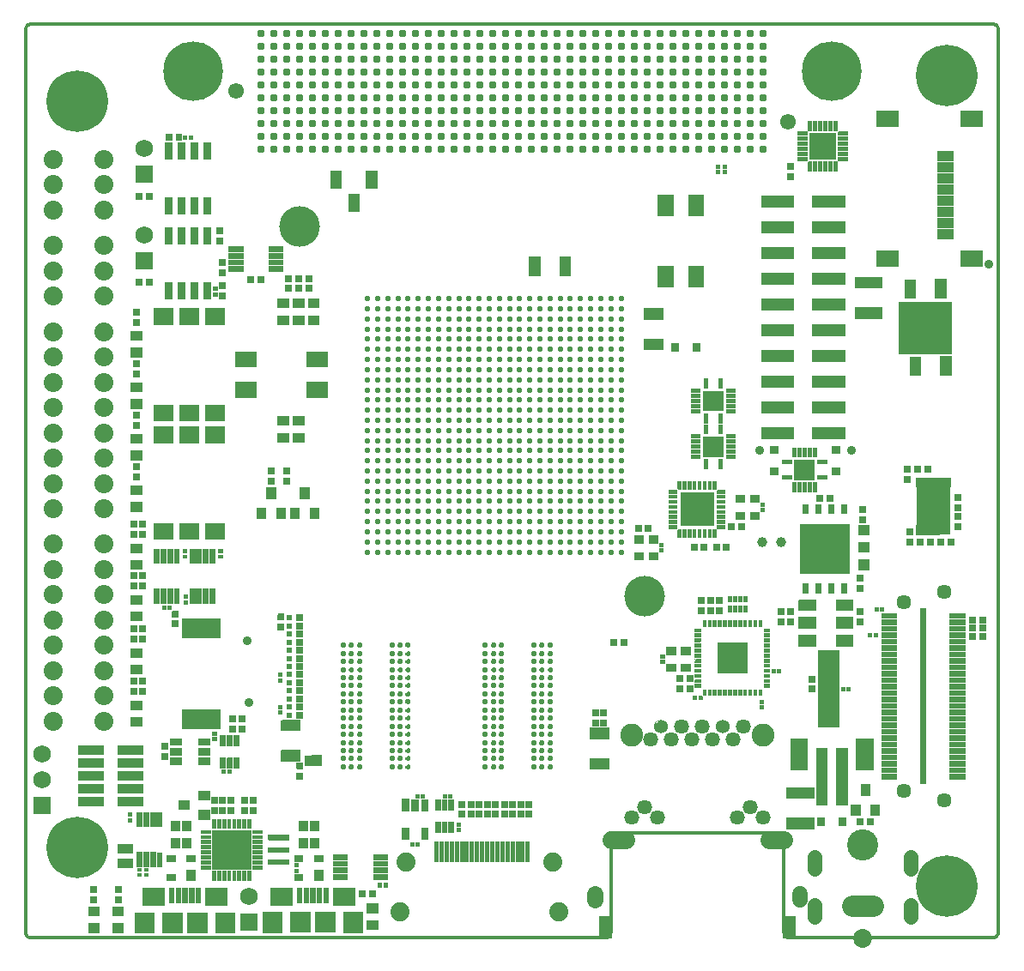
<source format=gbr>
*
%FSLAX26Y26*%
%MOIN*%
%ADD10C,0.023200*%
%ADD11R,0.015350X0.015350*%
%ADD12R,0.048000X0.048000*%
%ADD13R,0.044950X0.044950*%
%ADD14R,0.016600X0.016600*%
%ADD15R,0.025200X0.025200*%
%ADD16R,0.043450X0.043450*%
%ADD17R,0.015100X0.015100*%
%ADD18R,0.028500X0.028500*%
%ADD19R,0.037100X0.037100*%
%ADD20R,0.021500X0.021500*%
%ADD21R,0.024000X0.024000*%
%ADD22R,0.017300X0.017300*%
%ADD23R,0.021250X0.021250*%
%ADD24R,0.068500X0.068500*%
%ADD25R,0.076350X0.076350*%
%ADD26R,0.080300X0.080300*%
%ADD27R,0.062600X0.062600*%
%ADD28R,0.037000X0.037000*%
%ADD29R,0.040900X0.040900*%
%ADD30R,0.023700X0.023700*%
%ADD31R,0.060600X0.060600*%
%ADD32C,0.035500*%
%ADD33R,0.036500X0.036500*%
%ADD34R,0.029200X0.029200*%
%ADD35R,0.023200X0.023200*%
%ADD36R,0.021700X0.021700*%
%ADD37R,0.016150X0.016150*%
%ADD38R,0.035050X0.035050*%
%ADD39R,0.026750X0.026750*%
%ADD40R,0.065350X0.065350*%
%ADD41R,0.031100X0.031100*%
%ADD42R,0.019750X0.019750*%
%ADD43C,0.030500*%
%ADD44R,0.034650X0.034650*%
%ADD45C,0.157500*%
%ADD46R,0.067000X0.067000*%
%ADD47R,0.068000X0.068000*%
%ADD48C,0.068000*%
%ADD49R,0.034709X0.034709*%
%ADD50R,0.054700X0.054700*%
%ADD51R,0.043400X0.043400*%
%ADD52R,0.053200X0.053200*%
%ADD53R,0.043350X0.043350*%
%ADD54R,0.063050X0.063050*%
%ADD55R,0.035500X0.035500*%
%ADD56C,0.231350*%
%ADD57C,0.073850*%
%ADD58C,0.121100*%
%ADD59C,0.058100*%
%ADD60C,0.081750*%
%ADD61C,0.239200*%
%ADD62C,0.053400*%
%ADD63C,0.058450*%
%ADD64R,0.034700X0.034700*%
%ADD65R,0.036700X0.036700*%
%ADD66R,0.038700X0.038700*%
%ADD67C,0.057400*%
%ADD68C,0.074150*%
%ADD69C,0.062500*%
%ADD70C,0.054250*%
%ADD71C,0.058200*%
%ADD72C,0.070000*%
%ADD73C,0.085750*%
%ADD74C,0.066050*%
%ADD75C,0.045465*%
%ADD76C,0.055307*%
%ADD77C,0.031685*%
%ADD78C,0.001000*%
%ADD79C,0.003000*%
%ADD80R,0.003000X0.003000*%
%ADD81C,0.002200*%
%ADD82C,0.003200*%
%ADD83C,0.002800*%
%ADD84C,0.003950*%
%ADD85R,0.000650X0.000650*%
%ADD86C,0.001750*%
%ADD87C,0.003750*%
%ADD88R,0.000700X0.000700*%
%ADD89R,0.000800X0.000800*%
%ADD90C,0.003050*%
%ADD91C,0.003500*%
%ADD92R,0.003500X0.003500*%
%ADD93R,0.000550X0.000550*%
%ADD94C,0.000500*%
%ADD95C,0.000600*%
%ADD96C,0.001050*%
%ADD97C,0.000950*%
%ADD98R,0.000600X0.000600*%
%ADD99C,0.001250*%
%ADD100C,0.000550*%
%ADD101R,0.000500X0.000500*%
%ADD102C,0.001150*%
%ADD103C,0.001900*%
%ADD104C,0.057244*%
%ADD105C,0.061181*%
%ADD106C,0.072992*%
%ADD107C,0.088740*%
%ADD108C,0.069055*%
%ADD109C,0.029685*%
%ADD110C,0.001800*%
%ADD111C,0.039496*%
%ADD112C,0.015874*%
%ADD113C,0.012000*%
%IPPOS*%
%LNciaa_acc-f.mask.gbr*%
%LPD*%
G75*
G54D10*
X02507874Y-03232283D03*
Y-03192913D03*
Y-03153543D03*
Y-03114173D03*
Y-03074803D03*
Y-03035433D03*
Y-02996063D03*
Y-02956693D03*
Y-02917323D03*
Y-02877953D03*
Y-02838583D03*
Y-02799213D03*
Y-02759843D03*
Y-02720472D03*
Y-02681102D03*
Y-02641732D03*
Y-02602362D03*
Y-02562992D03*
Y-02523622D03*
Y-02484252D03*
Y-02444882D03*
Y-02405512D03*
Y-02366142D03*
Y-02326772D03*
Y-02287402D03*
Y-02248031D03*
X02547244Y-03232283D03*
Y-03192913D03*
Y-03153543D03*
Y-03114173D03*
Y-03074803D03*
Y-03035433D03*
Y-02996063D03*
Y-02956693D03*
Y-02917323D03*
Y-02877953D03*
Y-02838583D03*
Y-02799213D03*
Y-02759843D03*
Y-02720472D03*
Y-02681102D03*
Y-02641732D03*
Y-02602362D03*
Y-02562992D03*
Y-02523622D03*
Y-02484252D03*
Y-02444882D03*
Y-02405512D03*
Y-02366142D03*
Y-02326772D03*
Y-02287402D03*
Y-02248031D03*
X02586614Y-03232283D03*
Y-03192913D03*
Y-03153543D03*
Y-03114173D03*
Y-03074803D03*
Y-03035433D03*
Y-02996063D03*
Y-02956693D03*
Y-02917323D03*
Y-02877953D03*
Y-02838583D03*
Y-02799213D03*
Y-02759843D03*
Y-02720472D03*
Y-02681102D03*
Y-02641732D03*
Y-02602362D03*
Y-02562992D03*
Y-02523622D03*
Y-02484252D03*
Y-02444882D03*
Y-02405512D03*
Y-02366142D03*
Y-02326772D03*
Y-02287402D03*
Y-02248031D03*
X02625984Y-03232283D03*
Y-03192913D03*
Y-03153543D03*
Y-03114173D03*
Y-03074803D03*
Y-03035433D03*
Y-02996063D03*
Y-02956693D03*
Y-02917323D03*
Y-02877953D03*
Y-02838583D03*
Y-02799213D03*
Y-02759843D03*
Y-02720472D03*
Y-02681102D03*
Y-02641732D03*
Y-02602362D03*
Y-02562992D03*
Y-02523622D03*
Y-02484252D03*
Y-02444882D03*
Y-02405512D03*
Y-02366142D03*
Y-02326772D03*
Y-02287402D03*
Y-02248031D03*
X02665354Y-03232283D03*
Y-03192913D03*
Y-03153543D03*
Y-03114173D03*
Y-03074803D03*
Y-03035433D03*
Y-02996063D03*
Y-02956693D03*
Y-02917323D03*
Y-02877953D03*
Y-02838583D03*
Y-02799213D03*
Y-02759843D03*
Y-02720472D03*
Y-02681102D03*
Y-02641732D03*
Y-02602362D03*
Y-02562992D03*
Y-02523622D03*
Y-02484252D03*
Y-02444882D03*
Y-02405512D03*
Y-02366142D03*
Y-02326772D03*
Y-02287402D03*
Y-02248031D03*
X02704724Y-03232283D03*
Y-03192913D03*
Y-03153543D03*
Y-03114173D03*
Y-03074803D03*
Y-03035433D03*
Y-02996063D03*
Y-02956693D03*
Y-02917323D03*
Y-02877953D03*
Y-02838583D03*
Y-02799213D03*
Y-02759843D03*
Y-02720472D03*
Y-02681102D03*
Y-02641732D03*
Y-02602362D03*
Y-02562992D03*
Y-02523622D03*
Y-02484252D03*
Y-02444882D03*
Y-02405512D03*
Y-02366142D03*
Y-02326772D03*
Y-02287402D03*
Y-02248031D03*
X02744094Y-03232283D03*
Y-03192913D03*
Y-03153543D03*
Y-03114173D03*
Y-03074803D03*
Y-03035433D03*
Y-02996063D03*
Y-02956693D03*
Y-02917323D03*
Y-02877953D03*
Y-02838583D03*
Y-02799213D03*
Y-02759843D03*
Y-02720472D03*
Y-02681102D03*
Y-02641732D03*
Y-02602362D03*
Y-02562992D03*
Y-02523622D03*
Y-02484252D03*
Y-02444882D03*
Y-02405512D03*
Y-02366142D03*
Y-02326772D03*
Y-02287402D03*
Y-02248031D03*
X02783465Y-03232283D03*
Y-03192913D03*
Y-03153543D03*
Y-03114173D03*
Y-03074803D03*
Y-03035433D03*
Y-02996063D03*
Y-02956693D03*
Y-02917323D03*
Y-02877953D03*
Y-02838583D03*
Y-02799213D03*
Y-02759843D03*
Y-02720472D03*
Y-02681102D03*
Y-02641732D03*
Y-02602362D03*
Y-02562992D03*
Y-02523622D03*
Y-02484252D03*
Y-02444882D03*
Y-02405512D03*
Y-02366142D03*
Y-02326772D03*
Y-02287402D03*
Y-02248031D03*
X02822835Y-03232283D03*
Y-03192913D03*
Y-03153543D03*
Y-03114173D03*
Y-03074803D03*
Y-03035433D03*
Y-02996063D03*
Y-02956693D03*
Y-02917323D03*
Y-02877953D03*
Y-02838583D03*
Y-02799213D03*
Y-02759843D03*
Y-02720472D03*
Y-02681102D03*
Y-02641732D03*
Y-02602362D03*
Y-02562992D03*
Y-02523622D03*
Y-02484252D03*
Y-02444882D03*
Y-02405512D03*
Y-02366142D03*
Y-02326772D03*
Y-02287402D03*
Y-02248031D03*
X02862205Y-03232283D03*
Y-03192913D03*
Y-03153543D03*
Y-03114173D03*
Y-03074803D03*
Y-03035433D03*
Y-02996063D03*
Y-02956693D03*
Y-02917323D03*
Y-02877953D03*
Y-02838583D03*
Y-02799213D03*
Y-02759843D03*
Y-02720472D03*
Y-02681102D03*
Y-02641732D03*
Y-02602362D03*
Y-02562992D03*
Y-02523622D03*
Y-02484252D03*
Y-02444882D03*
Y-02405512D03*
Y-02366142D03*
Y-02326772D03*
Y-02287402D03*
Y-02248031D03*
X02901575Y-03232283D03*
Y-03192913D03*
Y-03153543D03*
Y-03114173D03*
Y-03074803D03*
Y-03035433D03*
Y-02996063D03*
Y-02956693D03*
Y-02917323D03*
Y-02877953D03*
Y-02838583D03*
Y-02799213D03*
Y-02759843D03*
Y-02720472D03*
Y-02681102D03*
Y-02641732D03*
Y-02602362D03*
Y-02562992D03*
Y-02523622D03*
Y-02484252D03*
Y-02444882D03*
Y-02405512D03*
Y-02366142D03*
Y-02326772D03*
Y-02287402D03*
Y-02248031D03*
X02940945Y-03232283D03*
Y-03192913D03*
Y-03153543D03*
Y-03114173D03*
Y-03074803D03*
Y-03035433D03*
Y-02996063D03*
Y-02956693D03*
Y-02917323D03*
Y-02877953D03*
Y-02838583D03*
Y-02799213D03*
Y-02759843D03*
Y-02720472D03*
Y-02681102D03*
Y-02641732D03*
Y-02602362D03*
Y-02562992D03*
Y-02523622D03*
Y-02484252D03*
Y-02444882D03*
Y-02405512D03*
Y-02366142D03*
Y-02326772D03*
Y-02287402D03*
Y-02248031D03*
X02980315Y-03232283D03*
Y-03192913D03*
Y-03153543D03*
Y-03114173D03*
Y-03074803D03*
Y-03035433D03*
Y-02996063D03*
Y-02956693D03*
Y-02917323D03*
Y-02877953D03*
Y-02838583D03*
Y-02799213D03*
Y-02759843D03*
Y-02720472D03*
Y-02681102D03*
Y-02641732D03*
Y-02602362D03*
Y-02562992D03*
Y-02523622D03*
Y-02484252D03*
Y-02444882D03*
Y-02405512D03*
Y-02366142D03*
Y-02326772D03*
Y-02287402D03*
Y-02248031D03*
X03019685Y-03232283D03*
Y-03192913D03*
Y-03153543D03*
Y-03114173D03*
Y-03074803D03*
Y-03035433D03*
Y-02996063D03*
Y-02956693D03*
Y-02917323D03*
Y-02877953D03*
Y-02838583D03*
Y-02799213D03*
Y-02759843D03*
Y-02720472D03*
Y-02681102D03*
Y-02641732D03*
Y-02602362D03*
Y-02562992D03*
Y-02523622D03*
Y-02484252D03*
Y-02444882D03*
Y-02405512D03*
Y-02366142D03*
Y-02326772D03*
Y-02287402D03*
Y-02248031D03*
X03059055Y-03232283D03*
Y-03192913D03*
Y-03153543D03*
Y-03114173D03*
Y-03074803D03*
Y-03035433D03*
Y-02996063D03*
Y-02956693D03*
Y-02917323D03*
Y-02877953D03*
Y-02838583D03*
Y-02799213D03*
Y-02759843D03*
Y-02720472D03*
Y-02681102D03*
Y-02641732D03*
Y-02602362D03*
Y-02562992D03*
Y-02523622D03*
Y-02484252D03*
Y-02444882D03*
Y-02405512D03*
Y-02366142D03*
Y-02326772D03*
Y-02287402D03*
Y-02248031D03*
X03098425Y-03232283D03*
Y-03192913D03*
Y-03153543D03*
Y-03114173D03*
Y-03074803D03*
Y-03035433D03*
Y-02996063D03*
Y-02956693D03*
Y-02917323D03*
Y-02877953D03*
Y-02838583D03*
Y-02799213D03*
Y-02759843D03*
Y-02720472D03*
Y-02681102D03*
Y-02641732D03*
Y-02602362D03*
Y-02562992D03*
Y-02523622D03*
Y-02484252D03*
Y-02444882D03*
Y-02405512D03*
Y-02366142D03*
Y-02326772D03*
Y-02287402D03*
Y-02248031D03*
X03137795Y-03232283D03*
Y-03192913D03*
Y-03153543D03*
Y-03114173D03*
Y-03074803D03*
Y-03035433D03*
Y-02996063D03*
Y-02956693D03*
Y-02917323D03*
Y-02877953D03*
Y-02838583D03*
Y-02799213D03*
Y-02759843D03*
Y-02720472D03*
Y-02681102D03*
Y-02641732D03*
Y-02602362D03*
Y-02562992D03*
Y-02523622D03*
Y-02484252D03*
Y-02444882D03*
Y-02405512D03*
Y-02366142D03*
Y-02326772D03*
Y-02287402D03*
Y-02248031D03*
X03177165Y-03232283D03*
Y-03192913D03*
Y-03153543D03*
Y-03114173D03*
Y-03074803D03*
Y-03035433D03*
Y-02996063D03*
Y-02956693D03*
Y-02917323D03*
Y-02877953D03*
Y-02838583D03*
Y-02799213D03*
Y-02759843D03*
Y-02720472D03*
Y-02681102D03*
Y-02641732D03*
Y-02602362D03*
Y-02562992D03*
Y-02523622D03*
Y-02484252D03*
Y-02444882D03*
Y-02405512D03*
Y-02366142D03*
Y-02326772D03*
Y-02287402D03*
Y-02248031D03*
X03216535Y-03232283D03*
Y-03192913D03*
Y-03153543D03*
Y-03114173D03*
Y-03074803D03*
Y-03035433D03*
Y-02996063D03*
Y-02956693D03*
Y-02917323D03*
Y-02877953D03*
Y-02838583D03*
Y-02799213D03*
Y-02759843D03*
Y-02720472D03*
Y-02681102D03*
Y-02641732D03*
Y-02602362D03*
Y-02562992D03*
Y-02523622D03*
Y-02484252D03*
Y-02444882D03*
Y-02405512D03*
Y-02366142D03*
Y-02326772D03*
Y-02287402D03*
Y-02248031D03*
X03255906Y-03232283D03*
Y-03192913D03*
Y-03153543D03*
Y-03114173D03*
Y-03074803D03*
Y-03035433D03*
Y-02996063D03*
Y-02956693D03*
Y-02917323D03*
Y-02877953D03*
Y-02838583D03*
Y-02799213D03*
Y-02759843D03*
Y-02720472D03*
Y-02681102D03*
Y-02641732D03*
Y-02602362D03*
Y-02562992D03*
Y-02523622D03*
Y-02484252D03*
Y-02444882D03*
Y-02405512D03*
Y-02366142D03*
Y-02326772D03*
Y-02287402D03*
Y-02248031D03*
X03295276Y-03232283D03*
Y-03192913D03*
Y-03153543D03*
Y-03114173D03*
Y-03074803D03*
Y-03035433D03*
Y-02996063D03*
Y-02956693D03*
Y-02917323D03*
Y-02877953D03*
Y-02838583D03*
Y-02799213D03*
Y-02759843D03*
Y-02720472D03*
Y-02681102D03*
Y-02641732D03*
Y-02602362D03*
Y-02562992D03*
Y-02523622D03*
Y-02484252D03*
Y-02444882D03*
Y-02405512D03*
Y-02366142D03*
Y-02326772D03*
Y-02287402D03*
Y-02248031D03*
X03334646Y-03232283D03*
Y-03192913D03*
Y-03153543D03*
Y-03114173D03*
Y-03074803D03*
Y-03035433D03*
Y-02996063D03*
Y-02956693D03*
Y-02917323D03*
Y-02877953D03*
Y-02838583D03*
Y-02799213D03*
Y-02759843D03*
Y-02720472D03*
Y-02681102D03*
Y-02641732D03*
Y-02602362D03*
Y-02562992D03*
Y-02523622D03*
Y-02484252D03*
Y-02444882D03*
Y-02405512D03*
Y-02366142D03*
Y-02326772D03*
Y-02287402D03*
Y-02248031D03*
X03374016Y-03232283D03*
Y-03192913D03*
Y-03153543D03*
Y-03114173D03*
Y-03074803D03*
Y-03035433D03*
Y-02996063D03*
Y-02956693D03*
Y-02917323D03*
Y-02877953D03*
Y-02838583D03*
Y-02799213D03*
Y-02759843D03*
Y-02720472D03*
Y-02681102D03*
Y-02641732D03*
Y-02602362D03*
Y-02562992D03*
Y-02523622D03*
Y-02484252D03*
Y-02444882D03*
Y-02405512D03*
Y-02366142D03*
Y-02326772D03*
Y-02287402D03*
Y-02248031D03*
X03413386Y-03232283D03*
Y-03192913D03*
Y-03153543D03*
Y-03114173D03*
Y-03074803D03*
Y-03035433D03*
Y-02996063D03*
Y-02956693D03*
Y-02917323D03*
Y-02877953D03*
Y-02838583D03*
Y-02799213D03*
Y-02759843D03*
Y-02720472D03*
Y-02681102D03*
Y-02641732D03*
Y-02602362D03*
Y-02562992D03*
Y-02523622D03*
Y-02484252D03*
Y-02444882D03*
Y-02405512D03*
Y-02366142D03*
Y-02326772D03*
Y-02287402D03*
Y-02248031D03*
X03452756Y-03232283D03*
Y-03192913D03*
Y-03153543D03*
Y-03114173D03*
Y-03074803D03*
Y-03035433D03*
Y-02996063D03*
Y-02956693D03*
Y-02917323D03*
Y-02877953D03*
Y-02838583D03*
Y-02799213D03*
Y-02759843D03*
Y-02720472D03*
Y-02681102D03*
Y-02641732D03*
Y-02602362D03*
Y-02562992D03*
Y-02523622D03*
Y-02484252D03*
Y-02444882D03*
Y-02405512D03*
Y-02366142D03*
Y-02326772D03*
Y-02287402D03*
Y-02248031D03*
X03492126Y-03232283D03*
Y-03192913D03*
Y-03153543D03*
Y-03114173D03*
Y-03074803D03*
Y-03035433D03*
Y-02996063D03*
Y-02956693D03*
Y-02917323D03*
Y-02877953D03*
Y-02838583D03*
Y-02799213D03*
Y-02759843D03*
Y-02720472D03*
Y-02681102D03*
Y-02641732D03*
Y-02602362D03*
Y-02562992D03*
Y-02523622D03*
Y-02484252D03*
Y-02444882D03*
Y-02405512D03*
Y-02366142D03*
Y-02326772D03*
Y-02287402D03*
Y-02248031D03*
X02413386Y-03594488D03*
X02444882D03*
X02476378D03*
X02602362D03*
X02633858D03*
X02665354D03*
X02413386Y-03625984D03*
X02444882D03*
X02476378D03*
X02602362D03*
X02633858D03*
X02665354D03*
X02413386Y-03657480D03*
X02444882D03*
X02476378D03*
X02602362D03*
X02633858D03*
X02665354D03*
X02413386Y-03688976D03*
X02444882D03*
X02476378D03*
X02602362D03*
X02633858D03*
X02665354D03*
X02413386Y-03720472D03*
X02444882D03*
X02476378D03*
X02602362D03*
X02633858D03*
X02665354D03*
X02413386Y-03751969D03*
X02444882D03*
X02476378D03*
X02602362D03*
X02633858D03*
X02665354D03*
X02413386Y-03783465D03*
X02444882D03*
X02476378D03*
X02602362D03*
X02633858D03*
X02665354D03*
X02413386Y-03814961D03*
X02444882D03*
X02476378D03*
X02602362D03*
X02633858D03*
X02665354D03*
X02413386Y-03846457D03*
X02444882D03*
X02476378D03*
X02602362D03*
X02633858D03*
X02665354D03*
X02413386Y-03877953D03*
X02444882D03*
X02476378D03*
X02602362D03*
X02633858D03*
X02665354D03*
X02413386Y-03909449D03*
X02444882D03*
X02476378D03*
X02602362D03*
X02633858D03*
X02665354D03*
X02413386Y-03940945D03*
X02444882D03*
X02476378D03*
X02602362D03*
X02633858D03*
X02665354D03*
X02413386Y-03972441D03*
X02444882D03*
X02476378D03*
X02602362D03*
X02633858D03*
X02665354D03*
X02413386Y-04003937D03*
X02444882D03*
X02476378D03*
X02602362D03*
X02633858D03*
X02665354D03*
X02413386Y-04035433D03*
X02444882D03*
X02476378D03*
X02602362D03*
X02633858D03*
X02665354D03*
X02413386Y-04066929D03*
X02444882D03*
X02476378D03*
X02602362D03*
X02633858D03*
X02665354D03*
X02964567Y-03594488D03*
X02996063D03*
X03027559D03*
X03153543D03*
X03185039D03*
X03216535D03*
X02964567Y-03625984D03*
X02996063D03*
X03027559D03*
X03153543D03*
X03185039D03*
X03216535D03*
X02964567Y-03657480D03*
X02996063D03*
X03027559D03*
X03153543D03*
X03185039D03*
X03216535D03*
X02964567Y-03688976D03*
X02996063D03*
X03027559D03*
X03153543D03*
X03185039D03*
X03216535D03*
X02964567Y-03720472D03*
X02996063D03*
X03027559D03*
X03153543D03*
X03185039D03*
X03216535D03*
X02964567Y-03751969D03*
X02996063D03*
X03027559D03*
X03153543D03*
X03185039D03*
X03216535D03*
X02964567Y-03783465D03*
X02996063D03*
X03027559D03*
X03153543D03*
X03185039D03*
X03216535D03*
X02964567Y-03814961D03*
X02996063D03*
X03027559D03*
X03153543D03*
X03185039D03*
X03216535D03*
X02964567Y-03846457D03*
X02996063D03*
X03027559D03*
X03153543D03*
X03185039D03*
X03216535D03*
X02964567Y-03877953D03*
X02996063D03*
X03027559D03*
X03153543D03*
X03185039D03*
X03216535D03*
X02964567Y-03909449D03*
X02996063D03*
X03027559D03*
X03153543D03*
X03185039D03*
X03216535D03*
X02964567Y-03940945D03*
X02996063D03*
X03027559D03*
X03153543D03*
X03185039D03*
X03216535D03*
X02964567Y-03972441D03*
X02996063D03*
X03027559D03*
X03153543D03*
X03185039D03*
X03216535D03*
X02964567Y-04003937D03*
X02996063D03*
X03027559D03*
X03153543D03*
X03185039D03*
X03216535D03*
X02964567Y-04035433D03*
X02996063D03*
X03027559D03*
X03153543D03*
X03185039D03*
X03216535D03*
X02964567Y-04066929D03*
X02996063D03*
X03027559D03*
X03153543D03*
X03185039D03*
X03216535D03*
G54D11*
X03856299Y-02981291D02*
Y-02963591D01*
X03836614Y-02981291D02*
Y-02963591D01*
X03816929Y-02981291D02*
Y-02963591D01*
X03797244Y-02981291D02*
Y-02963591D01*
X03777559Y-02981291D02*
Y-02963591D01*
X03757874Y-02981291D02*
Y-02963591D01*
X03738189Y-02981291D02*
Y-02963591D01*
X03718504Y-02981291D02*
Y-02963591D01*
X03684063Y-02998031D02*
X03701763D01*
X03684063Y-03017717D02*
X03701763D01*
X03684063Y-03037402D02*
X03701763D01*
X03684063Y-03057087D02*
X03701763D01*
X03684063Y-03076772D02*
X03701763D01*
X03684063Y-03096457D02*
X03701763D01*
X03684063Y-03116142D02*
X03701763D01*
X03684063Y-03135827D02*
X03701763D01*
X03718504Y-03170267D02*
Y-03152567D01*
X03738189Y-03170267D02*
Y-03152567D01*
X03757874Y-03170267D02*
Y-03152567D01*
X03777559Y-03170267D02*
Y-03152567D01*
X03797244Y-03170267D02*
Y-03152567D01*
X03816929Y-03170267D02*
Y-03152567D01*
X03836614Y-03170267D02*
Y-03152567D01*
X03856299Y-03170267D02*
Y-03152567D01*
X03873040Y-03135827D02*
X03890740D01*
X03873040Y-03116142D02*
X03890740D01*
X03873040Y-03096457D02*
X03890740D01*
X03873040Y-03076772D02*
X03890740D01*
X03873040Y-03057087D02*
X03890740D01*
X03873040Y-03037402D02*
X03890740D01*
X03873040Y-03017717D02*
X03890740D01*
X03873040Y-02998031D02*
X03890740D01*
G54D12*
X03431417Y-04709300D02*
Y-04670700D01*
G54D13*
X03393699Y-04055118D02*
X03425199D01*
X03393699Y-03937008D02*
X03425199D01*
X02192911Y-04023622D02*
X02224411D01*
X02192911Y-03905512D02*
X02224411D01*
G54D14*
X02168891Y-03730906D02*
X02169691D01*
X02168891Y-03710039D02*
X02169691D01*
X02168891Y-03836024D02*
X02169691D01*
X02168891Y-03856890D02*
X02169691D01*
G54D15*
X04800000Y-03020315D03*
Y-03059685D03*
X04605000Y-02949685D03*
Y-02910315D03*
G54D16*
X04635945Y-02525750D02*
Y-02494250D01*
G54D13*
X04754055Y-02525750D02*
Y-02494250D01*
G54D14*
X01912986Y-03959252D02*
X01913786D01*
X01912986Y-03938386D02*
X01913786D01*
X01950197Y-04087014D02*
Y-04086214D01*
X01971063Y-04087014D02*
Y-04086214D01*
X04355709Y-03765400D02*
Y-03764600D01*
X04376575Y-03765400D02*
Y-03764600D01*
G54D17*
X01621647Y-04486811D02*
X01622447D01*
G54D14*
X01621647Y-04465945D02*
X01622447D01*
G54D17*
X01649206Y-04486811D02*
X01650006D01*
G54D14*
X01649206Y-04465945D02*
X01650006D01*
G54D17*
X02829331Y-04181502D02*
Y-04180702D01*
G54D14*
X02808465Y-04181502D02*
Y-04180702D01*
X02861805Y-04292717D02*
X02862605D01*
X02861805Y-04313583D02*
X02862605D01*
G54D15*
X01944882Y-02196850D03*
Y-02236220D03*
X01736220Y-01622047D03*
X01775591D03*
X02094488Y-02173228D03*
X02055118D03*
G54D14*
X01802750Y-03427756D02*
X01803550D01*
X01802750Y-03406890D02*
X01803550D01*
X01936608Y-03250591D02*
X01937408D01*
X01936608Y-03229724D02*
X01937408D01*
X01738780Y-03449219D02*
Y-03448419D01*
X01717913Y-03449219D02*
Y-03448419D01*
X01798813Y-03250591D02*
X01799613D01*
X01798813Y-03229724D02*
X01799613D01*
X03649206Y-03206102D02*
X03650006D01*
X03649206Y-03226969D02*
X03650006D01*
G54D15*
X04421260Y-03334646D03*
Y-03374016D03*
G54D13*
X03157480Y-02137797D02*
Y-02106297D01*
X03275591Y-02137797D02*
Y-02106297D01*
X03602360Y-02307087D02*
X03633860D01*
X03602360Y-02425197D02*
X03633860D01*
G54D14*
X04042907Y-03069488D02*
X04043707D01*
X04042907Y-03048622D02*
X04043707D01*
X04084567Y-03695400D02*
Y-03694600D01*
X04105433Y-03695400D02*
Y-03694600D01*
X03800433Y-03800400D02*
Y-03799600D01*
X03779567Y-03800400D02*
Y-03799600D01*
X04039600Y-03814567D02*
X04040400D01*
X04039600Y-03835433D02*
X04040400D01*
X03653143Y-03639173D02*
X03653943D01*
X03653143Y-03660039D02*
X03653943D01*
X03869600Y-01734567D02*
X03870400D01*
X03869600Y-01755433D02*
X03870400D01*
X03894600Y-01734567D02*
X03895400D01*
X03894600Y-01755433D02*
X03895400D01*
G54D18*
X04352559Y-04281528D02*
Y-04277528D01*
X04269488Y-04281528D02*
Y-04277528D01*
X04084614Y-02919488D02*
X04088614D01*
X04084614Y-02836417D02*
X04088614D01*
X04324772Y-02919488D02*
X04328772D01*
X04324772Y-02836417D02*
X04328772D01*
X03702559Y-02439008D02*
Y-02435008D01*
X03785630Y-02439008D02*
Y-02435008D01*
G54D19*
X02236232Y-02331693D02*
X02244082D01*
X02236232Y-02266732D02*
X02244082D01*
X02177177D02*
X02185027D01*
X02177177Y-02331693D02*
X02185027D01*
X02295288D02*
X02303138D01*
X02295288Y-02266732D02*
X02303138D01*
X01440957Y-04628937D02*
X01448807D01*
X01440957Y-04693898D02*
X01448807D01*
X01535445Y-04628937D02*
X01543295D01*
X01535445Y-04693898D02*
X01543295D01*
X01606075Y-03282480D02*
X01613925D01*
X01606075Y-03217520D02*
X01613925D01*
X01606075Y-03482480D02*
X01613925D01*
X01606075Y-03417520D02*
X01613925D01*
X01606075Y-03690000D02*
X01613925D01*
X01606075Y-03625039D02*
X01613925D01*
X01606075Y-03892480D02*
X01613925D01*
X01606075Y-03827520D02*
X01613925D01*
X02523634Y-04682087D02*
X02531484D01*
X02523634Y-04617126D02*
X02531484D01*
X02177177Y-02723425D02*
X02185027D01*
X02177177Y-02788386D02*
X02185027D01*
X02236232Y-02723425D02*
X02244082D01*
X02236232Y-02788386D02*
X02244082D01*
G54D20*
X04514142Y-04106024D02*
X04553142D01*
X04514142Y-04081024D02*
X04553142D01*
X04514142Y-04056024D02*
X04553142D01*
X04514142Y-04031024D02*
X04553142D01*
X04514142Y-04006024D02*
X04553142D01*
X04514142Y-03981024D02*
X04553142D01*
X04514142Y-03956024D02*
X04553142D01*
X04514142Y-03931024D02*
X04553142D01*
X04514142Y-03906024D02*
X04553142D01*
X04514142Y-03881024D02*
X04553142D01*
X04514142Y-03856024D02*
X04553142D01*
X04514142Y-03831024D02*
X04553142D01*
X04514142Y-03806024D02*
X04553142D01*
X04514142Y-03781024D02*
X04553142D01*
X04514142Y-03756024D02*
X04553142D01*
X04514142Y-03731024D02*
X04553142D01*
X04514142Y-03706024D02*
X04553142D01*
X04514142Y-03681024D02*
X04553142D01*
X04514142Y-03656024D02*
X04553142D01*
X04514142Y-03631024D02*
X04553142D01*
X04514142Y-03606024D02*
X04553142D01*
X04514142Y-03581024D02*
X04553142D01*
X04514142Y-03556024D02*
X04553142D01*
X04514142Y-03531024D02*
X04553142D01*
X04514142Y-03506024D02*
X04553142D01*
X04514142Y-03481024D02*
X04553142D01*
X04779142Y-04081024D02*
X04818142D01*
X04779142Y-04006024D02*
X04818142D01*
X04779142Y-04056024D02*
X04818142D01*
X04779142Y-04106024D02*
X04818142D01*
X04779142Y-04031024D02*
X04818142D01*
X04779142Y-03556024D02*
X04818142D01*
X04779142Y-03581024D02*
X04818142D01*
X04779142Y-03506024D02*
X04818142D01*
X04779142Y-03481024D02*
X04818142D01*
X04779142Y-03531024D02*
X04818142D01*
X04779142Y-03881024D02*
X04818142D01*
X04779142Y-03856024D02*
X04818142D01*
X04779142Y-03956024D02*
X04818142D01*
X04779142Y-03931024D02*
X04818142D01*
X04779142Y-03981024D02*
X04818142D01*
X04779142Y-03906024D02*
X04818142D01*
X04779142Y-03781024D02*
X04818142D01*
X04779142Y-03831024D02*
X04818142D01*
X04779142Y-03731024D02*
X04818142D01*
X04779142Y-03756024D02*
X04818142D01*
X04779142Y-03806024D02*
X04818142D01*
X04779142Y-03706024D02*
X04818142D01*
X04779142Y-03631024D02*
X04818142D01*
X04779142Y-03681024D02*
X04818142D01*
X04779142Y-03656024D02*
X04818142D01*
X04779142Y-03606024D02*
X04818142D01*
G54D21*
X04666142Y-04123524D02*
Y-03463524D01*
G54D22*
X02775591Y-04429138D02*
Y-04366138D01*
X03129921Y-04429138D02*
Y-04366138D01*
X02795276Y-04429138D02*
Y-04366138D01*
X02814961Y-04429138D02*
Y-04366138D01*
X02834646Y-04429138D02*
Y-04366138D01*
X02854331Y-04429138D02*
Y-04366138D01*
X02874016Y-04429138D02*
Y-04366138D01*
X02893701Y-04429138D02*
Y-04366138D01*
X02913386Y-04429138D02*
Y-04366138D01*
X02933071Y-04429138D02*
Y-04366138D01*
X02952756Y-04429138D02*
Y-04366138D01*
X02972441Y-04429138D02*
Y-04366138D01*
X02992126Y-04429138D02*
Y-04366138D01*
X03011811Y-04429138D02*
Y-04366138D01*
X03031496Y-04429138D02*
Y-04366138D01*
X03051181Y-04429138D02*
Y-04366138D01*
X03070866Y-04429138D02*
Y-04366138D01*
X03090551Y-04429138D02*
Y-04366138D01*
X03110236Y-04429138D02*
Y-04366138D01*
G54D23*
X01799213Y-04586613D02*
Y-04549213D01*
X01773622Y-04586613D02*
Y-04549213D01*
X01824803Y-04586613D02*
Y-04549213D01*
X01748031Y-04586613D02*
Y-04549213D01*
X01850394Y-04586613D02*
Y-04549213D01*
G54D24*
X01667315Y-04572835D02*
X01687015D01*
X01911410D02*
X01931110D01*
G54D25*
X01641732Y-04675203D02*
Y-04671253D01*
X01956693Y-04675203D02*
Y-04671253D01*
G54D26*
X01751969Y-04673228D03*
X01846457D03*
G54D13*
X04350394Y-04194899D02*
Y-04017699D01*
X04271654Y-04194899D02*
Y-04017699D01*
G54D24*
X04183071Y-04045267D02*
Y-03990167D01*
X04438976Y-04045267D02*
Y-03990167D01*
G54D23*
X02295276Y-04585629D02*
Y-04548229D01*
X02269685Y-04585629D02*
Y-04548229D01*
X02320866Y-04585629D02*
Y-04548229D01*
X02244094Y-04585629D02*
Y-04548229D01*
X02346457Y-04585629D02*
Y-04548229D01*
G54D24*
X02163378Y-04571850D02*
X02183078D01*
X02407473D02*
X02427173D01*
G54D25*
X02137795Y-04674219D02*
Y-04670269D01*
X02452756Y-04674219D02*
Y-04670269D01*
G54D26*
X02248031Y-04672244D03*
X02342520D03*
G54D27*
X04842561Y-02091654D02*
X04864211D01*
X04842561Y-01548346D02*
X04864211D01*
X04515789Y-02091654D02*
X04537439D01*
X04515789Y-01548346D02*
X04537439D01*
G54D28*
X04737249Y-01997165D02*
X04764799D01*
X04737249Y-01953858D02*
X04764799D01*
X04737249Y-01910551D02*
X04764799D01*
X04737249Y-01867244D02*
X04764799D01*
X04737249Y-01823937D02*
X04764799D01*
X04737249Y-01780630D02*
X04764799D01*
X04737249Y-01737323D02*
X04764799D01*
X04737249Y-01694016D02*
X04764799D01*
G54D29*
X04433000Y-03215000D02*
X04437000D01*
X04433000Y-03148071D02*
X04437000D01*
X04433000Y-03281929D02*
X04437000D01*
G54D25*
X01826755Y-03881890D02*
X01897655D01*
X01826755Y-03527559D02*
X01897655D01*
G54D19*
X01870091Y-04253937D02*
X01877941D01*
X01791351Y-04216535D02*
X01799201D01*
X01870091Y-04179134D02*
X01877941D01*
X04403543Y-04240145D02*
Y-04232295D01*
X04440945Y-04161405D02*
Y-04153555D01*
X04478346Y-04240145D02*
Y-04232295D01*
X02096457Y-03086602D02*
Y-03078752D01*
X02133858Y-03007862D02*
Y-03000012D01*
X02171260Y-03086602D02*
Y-03078752D01*
X02226378Y-03086602D02*
Y-03078752D01*
X02263780Y-03007862D02*
Y-03000012D01*
X02301181Y-03086602D02*
Y-03078752D01*
G54D30*
X02204724Y-03708661D03*
G54D15*
X02244094D03*
G54D30*
X02204724Y-03614173D03*
G54D15*
X02244094D03*
G54D30*
X02204724Y-03645669D03*
G54D15*
X02244094D03*
G54D30*
X02204724Y-03551181D03*
G54D15*
X02244094D03*
G54D30*
X02204724Y-03488189D03*
G54D15*
X02244094D03*
G54D30*
X02204724Y-03582677D03*
G54D15*
X02244094D03*
G54D30*
X02204724Y-03740157D03*
G54D15*
X02244094D03*
G54D30*
X02204724Y-03519685D03*
G54D15*
X02244094D03*
G54D30*
X02204724Y-03771654D03*
G54D15*
X02244094D03*
G54D30*
X02204724Y-03677165D03*
G54D15*
X02244094D03*
G54D30*
X02204724Y-03803150D03*
G54D15*
X02244094D03*
G54D30*
X02204724Y-03834646D03*
G54D15*
X02244094D03*
G54D30*
X02204724Y-03866142D03*
G54D15*
X02244094D03*
X03503937Y-03582677D03*
X03464567D03*
X04615000Y-03155315D03*
Y-03194685D03*
X04774685Y-03195000D03*
X04735315D03*
X04800000Y-03134685D03*
Y-03095315D03*
X04655315Y-03195000D03*
X04694685D03*
X04645315Y-02910000D03*
X04684685D03*
X01984252Y-03881890D03*
Y-03921260D03*
X02019685Y-03881890D03*
Y-03921260D03*
X04897638Y-03559055D03*
X04858268D03*
X04232087Y-03765000D03*
Y-03725630D03*
X03133858Y-04212598D03*
Y-04251969D03*
X03102362Y-04212598D03*
Y-04251969D03*
X03070866Y-04212598D03*
Y-04251969D03*
X03039370Y-04212598D03*
Y-04251969D03*
X03003937Y-04212598D03*
Y-04251969D03*
X02972441Y-04212598D03*
Y-04251969D03*
X02940945Y-04212598D03*
Y-04251969D03*
X02909449Y-04212598D03*
Y-04251969D03*
X02874016D03*
Y-04212598D03*
X01913386Y-04236220D03*
Y-04196850D03*
X01976378D03*
Y-04236220D03*
X01944882Y-04196850D03*
Y-04236220D03*
Y-02106299D03*
Y-02145669D03*
X02240157Y-02208661D03*
Y-02169291D03*
X02200787Y-02208661D03*
Y-02169291D03*
X02279528Y-02208661D03*
Y-02169291D03*
X01444882Y-04582677D03*
Y-04543307D03*
X01539370Y-04582677D03*
Y-04543307D03*
X04421260Y-04279528D03*
X04460630D03*
X01600000Y-03164685D03*
Y-03125315D03*
Y-03364685D03*
Y-03325315D03*
Y-03569685D03*
Y-03530315D03*
Y-03774685D03*
Y-03735315D03*
X01635000Y-03125000D03*
Y-03164370D03*
Y-03325315D03*
Y-03364685D03*
Y-03530315D03*
Y-03569685D03*
Y-03735315D03*
Y-03774685D03*
X01610000Y-02340000D03*
Y-02300630D03*
Y-02539685D03*
Y-02500315D03*
Y-02739685D03*
Y-02700315D03*
Y-02939685D03*
Y-02900315D03*
X03598425Y-03141732D03*
X03559055D03*
X02062992Y-04236220D03*
Y-04196850D03*
X02031496Y-04236220D03*
Y-04196850D03*
X04897638Y-03496063D03*
X04858268D03*
X04897638Y-03527559D03*
X04858268D03*
X04149606Y-03464567D03*
Y-03503937D03*
X04303150Y-03023622D03*
X04263780D03*
X01935000Y-01985315D03*
Y-02024685D03*
X04114173Y-03503937D03*
Y-03464567D03*
X01659685Y-01850000D03*
X01620315D03*
Y-02185000D03*
X01659685D03*
X04421260Y-03464567D03*
Y-03503937D03*
X04429134Y-03106299D03*
Y-03066929D03*
X04150000Y-01735315D03*
Y-01774685D03*
X02488189Y-04559055D03*
X02527559D03*
X03814961Y-03212598D03*
X03775591D03*
X03862205D03*
X03901575D03*
X03921260Y-03133858D03*
X03960630D03*
X03805000Y-03420315D03*
Y-03459685D03*
X03840000Y-03420315D03*
Y-03459685D03*
X03875000Y-03420315D03*
Y-03459685D03*
X03759685Y-03725000D03*
X03720315D03*
Y-03765000D03*
X03759685D03*
X02133858Y-02956693D03*
Y-02917323D03*
X02192913D03*
Y-02956693D03*
G54D11*
X03974528Y-03459610D02*
Y-03449760D01*
X03954843Y-03459610D02*
Y-03449760D01*
X03935157Y-03459610D02*
Y-03449760D01*
X03915472Y-03459610D02*
Y-03449760D01*
X03974528Y-03420240D02*
Y-03410390D01*
X03954843Y-03420240D02*
Y-03410390D01*
X03935157Y-03420240D02*
Y-03410390D01*
X03915472Y-03420240D02*
Y-03410390D01*
G54D31*
X02023608Y-02484252D02*
X02047258D01*
X02023608Y-02602362D02*
X02047258D01*
X02299199Y-02484252D02*
X02322848D01*
X02299199Y-02602362D02*
X02322848D01*
X03665354Y-02173242D02*
Y-02149593D01*
X03783465Y-02173242D02*
Y-02149593D01*
X03665354Y-01897652D02*
Y-01874002D01*
X03783465Y-01897652D02*
Y-01874002D01*
G54D13*
X04157476Y-04169291D02*
X04220476D01*
X04157476Y-04287402D02*
X04220476D01*
X04421256Y-02303150D02*
X04484256D01*
X04421256Y-02185039D02*
X04484256D01*
G54D32*
X04921260Y-02114173D03*
X04385827Y-02838583D03*
X04031496D03*
X02039370Y-03578740D03*
X02047244Y-03818898D03*
G54D33*
X01804465Y-04366209D02*
Y-04362209D01*
X01762465Y-04366209D02*
Y-04362209D01*
X01804465Y-04299209D02*
Y-04295209D01*
X01762465Y-04299209D02*
Y-04295209D01*
X02300528Y-04366209D02*
Y-04362209D01*
X02258528Y-04366209D02*
Y-04362209D01*
X02300528Y-04299209D02*
Y-04295209D01*
X02258528Y-04299209D02*
Y-04295209D01*
G54D34*
X01753930Y-03970472D02*
X01773630D01*
X01753930Y-04045276D02*
X01773630D01*
X01753930Y-04007874D02*
X01773630D01*
X01864166Y-04045276D02*
X01883866D01*
X01864166Y-03970472D02*
X01883866D01*
X01864166Y-04007874D02*
X01883866D01*
G54D35*
X01946850Y-04061031D02*
Y-04041331D01*
X01972441Y-04061031D02*
Y-04041331D01*
X01998031Y-04061031D02*
Y-04041331D01*
Y-03974417D02*
Y-03954717D01*
X01946850Y-03974417D02*
Y-03954717D01*
X01972441Y-03974417D02*
Y-03954717D01*
X01623031Y-04290363D02*
Y-04254913D01*
X01648622Y-04290363D02*
Y-04254913D01*
X01674213Y-04290363D02*
Y-04254913D01*
X01699803Y-04290363D02*
Y-04254913D01*
X01623031Y-04445875D02*
Y-04410425D01*
X01648622Y-04445875D02*
Y-04410425D01*
X01674213Y-04445875D02*
Y-04410425D01*
G54D36*
X01699803Y-04445875D02*
Y-04410425D01*
G54D35*
X02832677Y-04226385D02*
Y-04206685D01*
X02807087Y-04226385D02*
Y-04206685D01*
X02781496Y-04226385D02*
Y-04206685D01*
Y-04313000D02*
Y-04293300D01*
X02832677Y-04313000D02*
Y-04293300D01*
X02807087Y-04313000D02*
Y-04293300D01*
G54D34*
X02730315Y-04226385D02*
Y-04206685D01*
X02655512Y-04226385D02*
Y-04206685D01*
X02692913Y-04226385D02*
Y-04206685D01*
X02655512Y-04336622D02*
Y-04316922D01*
X02730315Y-04336622D02*
Y-04316922D01*
G54D37*
X02069309Y-04458661D02*
X02092109D01*
X02069309Y-04438976D02*
X02092109D01*
X02069309Y-04419291D02*
X02092109D01*
X02069309Y-04399606D02*
X02092109D01*
X02069309Y-04379921D02*
X02092109D01*
X02069309Y-04360236D02*
X02092109D01*
X02069309Y-04340551D02*
X02092109D01*
X02069309Y-04320866D02*
X02092109D01*
X02049213Y-04300770D02*
Y-04277970D01*
X02029528Y-04300770D02*
Y-04277970D01*
X02009843Y-04300770D02*
Y-04277970D01*
X01990157Y-04300770D02*
Y-04277970D01*
X01970472Y-04300770D02*
Y-04277970D01*
X01950787Y-04300770D02*
Y-04277970D01*
X01931102Y-04300770D02*
Y-04277970D01*
X01911417Y-04300770D02*
Y-04277970D01*
X01868521Y-04320866D02*
X01891321D01*
X01868521Y-04340551D02*
X01891321D01*
X01868521Y-04360236D02*
X01891321D01*
X01868521Y-04379921D02*
X01891321D01*
X01868521Y-04399606D02*
X01891321D01*
X01868521Y-04419291D02*
X01891321D01*
X01868521Y-04438976D02*
X01891321D01*
X01868521Y-04458661D02*
X01891321D01*
X01911417Y-04501557D02*
Y-04478757D01*
X01931102Y-04501557D02*
Y-04478757D01*
X01950787Y-04501557D02*
Y-04478757D01*
X01970472Y-04501557D02*
Y-04478757D01*
X01990157Y-04501557D02*
Y-04478757D01*
X02009843Y-04501557D02*
Y-04478757D01*
X02029528Y-04501557D02*
Y-04478757D01*
X02049213Y-04501557D02*
Y-04478757D01*
G54D35*
X01979322Y-02132874D02*
X02014772D01*
X01979322Y-02107283D02*
X02014772D01*
X01979322Y-02081693D02*
X02014772D01*
X01979322Y-02056102D02*
X02014772D01*
X02134834Y-02132874D02*
X02170284D01*
X02134834Y-02107283D02*
X02170284D01*
X02134834Y-02081693D02*
X02170284D01*
X02134834Y-02056102D02*
X02170284D01*
G54D38*
X01821850Y-04494676D02*
Y-04486426D01*
G54D39*
X01740929Y-04422835D02*
X01749229D01*
X01817700D02*
X01826000D01*
X01740929Y-04498425D02*
X01749229D01*
G54D14*
X03771255Y-02645669D02*
X03793705D01*
X03771255Y-02625984D02*
X03793705D01*
X03771255Y-02606299D02*
X03793705D01*
X03771255Y-02665354D02*
X03793705D01*
X03771255Y-02685039D02*
X03793705D01*
X03907082Y-02645669D02*
X03929532D01*
X03907082Y-02625984D02*
X03929532D01*
X03907082Y-02606299D02*
X03929532D01*
X03907082Y-02665354D02*
X03929532D01*
X03907082Y-02685039D02*
X03929532D01*
X03879921Y-02588981D02*
Y-02566531D01*
X03820866Y-02588981D02*
Y-02566531D01*
Y-02724808D02*
Y-02702358D01*
X03879921Y-02724808D02*
Y-02702358D01*
X03771255Y-02822835D02*
X03793705D01*
X03771255Y-02803150D02*
X03793705D01*
X03771255Y-02783465D02*
X03793705D01*
X03771255Y-02842520D02*
X03793705D01*
X03771255Y-02862205D02*
X03793705D01*
X03907082Y-02822835D02*
X03929532D01*
X03907082Y-02803150D02*
X03929532D01*
X03907082Y-02783465D02*
X03929532D01*
X03907082Y-02842520D02*
X03929532D01*
X03907082Y-02862205D02*
X03929532D01*
X03879921Y-02766146D02*
Y-02743696D01*
X03820866Y-02766146D02*
Y-02743696D01*
Y-02901973D02*
Y-02879523D01*
X03879921Y-02901973D02*
Y-02879523D01*
X04204724Y-02992524D02*
Y-02970074D01*
X04185039Y-02992524D02*
Y-02970074D01*
X04165354Y-02992524D02*
Y-02970074D01*
X04224409Y-02992524D02*
Y-02970074D01*
X04244094Y-02992524D02*
Y-02970074D01*
X04204724Y-02856697D02*
Y-02834247D01*
X04185039Y-02856697D02*
Y-02834247D01*
X04165354Y-02856697D02*
Y-02834247D01*
X04224409Y-02856697D02*
Y-02834247D01*
X04244094Y-02856697D02*
Y-02834247D01*
X04125586Y-02883858D02*
X04148036D01*
X04125586Y-02942913D02*
X04148036D01*
X04261413D02*
X04283863D01*
X04261413Y-02883858D02*
X04283863D01*
G54D35*
X01904528Y-03422253D02*
Y-03386803D01*
X01878937Y-03422253D02*
Y-03386803D01*
X01853346Y-03422253D02*
Y-03386803D01*
X01827756Y-03422253D02*
Y-03386803D01*
X01904528Y-03266741D02*
Y-03231291D01*
X01878937Y-03266741D02*
Y-03231291D01*
X01853346Y-03266741D02*
Y-03231291D01*
X01827756Y-03266741D02*
Y-03231291D01*
X01766732Y-03422253D02*
Y-03386803D01*
X01741142Y-03422253D02*
Y-03386803D01*
X01715551Y-03422253D02*
Y-03386803D01*
X01689961Y-03422253D02*
Y-03386803D01*
X01766732Y-03266741D02*
Y-03231291D01*
X01741142Y-03266741D02*
Y-03231291D01*
X01715551Y-03266741D02*
Y-03231291D01*
X01689961Y-03266741D02*
Y-03231291D01*
G54D40*
X01709875Y-02692480D02*
X01720125D01*
X01709875Y-02317520D02*
X01720125D01*
X01809875D02*
X01820125D01*
X01909875D02*
X01920125D01*
X01909875Y-02692480D02*
X01920125D01*
X01809875D02*
X01820125D01*
X01709875Y-03152480D02*
X01720125D01*
X01709875Y-02777520D02*
X01720125D01*
X01809875D02*
X01820125D01*
X01909875D02*
X01920125D01*
X01909875Y-03152480D02*
X01920125D01*
X01809875D02*
X01820125D01*
G54D41*
X03558083Y-03184055D02*
X03565933D01*
X03615169Y-03249016D02*
X03623019D01*
X03558083D02*
X03565933D01*
X03615169Y-03184055D02*
X03623019D01*
G54D34*
X01885000Y-02022401D02*
Y-01985001D01*
X01835000Y-02022401D02*
Y-01985001D01*
X01785000Y-02022401D02*
Y-01985001D01*
X01735000Y-02022401D02*
Y-01985001D01*
Y-02234999D02*
Y-02197599D01*
X01785000Y-02234999D02*
Y-02197599D01*
X01835000Y-02234999D02*
Y-02197599D01*
X01885000Y-02234999D02*
Y-02197599D01*
Y-01692401D02*
Y-01655001D01*
X01835000Y-01692401D02*
Y-01655001D01*
X01785000Y-01692401D02*
Y-01655001D01*
X01735000Y-01692401D02*
Y-01655001D01*
Y-01904999D02*
Y-01867599D01*
X01785000Y-01904999D02*
Y-01867599D01*
X01835000Y-01904999D02*
Y-01867599D01*
X01885000Y-01904999D02*
Y-01867599D01*
G54D15*
X04308465Y-03072829D02*
Y-03061029D01*
X04258465Y-03072829D02*
Y-03061029D01*
X04208465Y-03072829D02*
Y-03061029D01*
X04358465Y-03072829D02*
Y-03061029D01*
Y-03379916D02*
Y-03368116D01*
X04308465Y-03379916D02*
Y-03368116D01*
X04258465Y-03379916D02*
Y-03368116D01*
X04208465Y-03379916D02*
Y-03368116D01*
G54D13*
X04348411Y-03507874D02*
X04372061D01*
X04348411Y-03438976D02*
X04372061D01*
X04348411Y-03576772D02*
X04372061D01*
X04202742Y-03438976D02*
X04226392D01*
X04202742Y-03507874D02*
X04226392D01*
X04202742Y-03576772D02*
X04226392D01*
G54D41*
X04008870Y-03091535D02*
X04016720D01*
X03951784Y-03026575D02*
X03959634D01*
X04008870D02*
X04016720D01*
X03951784Y-03091535D02*
X03959634D01*
G54D35*
X02540346Y-04418307D02*
X02575796D01*
X02540346Y-04443898D02*
X02575796D01*
X02540346Y-04469488D02*
X02575796D01*
X02540346Y-04495079D02*
X02575796D01*
X02384834Y-04418307D02*
X02420284D01*
X02384834Y-04443898D02*
X02420284D01*
X02384834Y-04469488D02*
X02420284D01*
X02384834Y-04495079D02*
X02420284D01*
G54D38*
X02317913Y-04494676D02*
Y-04486426D01*
G54D39*
X02236992Y-04422835D02*
X02245292D01*
X02313763D02*
X02322063D01*
X02236992Y-04498425D02*
X02245292D01*
G54D11*
X03786217Y-03753268D02*
X03796067D01*
X03786217Y-03733583D02*
X03796067D01*
X03786217Y-03713898D02*
X03796067D01*
X03786217Y-03694213D02*
X03796067D01*
X03786217Y-03674528D02*
X03796067D01*
X03786217Y-03654843D02*
X03796067D01*
X03786217Y-03635157D02*
X03796067D01*
X03786217Y-03615472D02*
X03796067D01*
X03786217Y-03595787D02*
X03796067D01*
X03786217Y-03576102D02*
X03796067D01*
X03786217Y-03556417D02*
X03796067D01*
X03786217Y-03536732D02*
X03796067D01*
X03816732Y-03516067D02*
Y-03506217D01*
X03915157Y-03516067D02*
Y-03506217D01*
X03895472Y-03516067D02*
Y-03506217D01*
X03875787Y-03516067D02*
Y-03506217D01*
X03856102Y-03516067D02*
Y-03506217D01*
X03836417Y-03516067D02*
Y-03506217D01*
X03934843Y-03516067D02*
Y-03506217D01*
X03954528Y-03516067D02*
Y-03506217D01*
X03974213Y-03516067D02*
Y-03506217D01*
X03993898Y-03516067D02*
Y-03506217D01*
X04013583Y-03516067D02*
Y-03506217D01*
X04033268Y-03516067D02*
Y-03506217D01*
X04053933Y-03635157D02*
X04063783D01*
X04053933Y-03615472D02*
X04063783D01*
X04053933Y-03595787D02*
X04063783D01*
X04053933Y-03576102D02*
X04063783D01*
X04053933Y-03556417D02*
X04063783D01*
X04053933Y-03536732D02*
X04063783D01*
X04053933Y-03654843D02*
X04063783D01*
X04053933Y-03674528D02*
X04063783D01*
X04053933Y-03694213D02*
X04063783D01*
X04053933Y-03713898D02*
X04063783D01*
X04053933Y-03733583D02*
X04063783D01*
X04053933Y-03753268D02*
X04063783D01*
X03934843Y-03783783D02*
Y-03773933D01*
X03915157Y-03783783D02*
Y-03773933D01*
X03895472Y-03783783D02*
Y-03773933D01*
X03875787Y-03783783D02*
Y-03773933D01*
X03856102Y-03783783D02*
Y-03773933D01*
X03836417Y-03783783D02*
Y-03773933D01*
X03816732Y-03783783D02*
Y-03773933D01*
X03954528Y-03783783D02*
Y-03773933D01*
X03974213Y-03783783D02*
Y-03773933D01*
X03993898Y-03783783D02*
Y-03773933D01*
X04013583Y-03783783D02*
Y-03773933D01*
X04033268Y-03783783D02*
Y-03773933D01*
G54D14*
X04324213Y-01743981D02*
Y-01721531D01*
X04284843Y-01743981D02*
Y-01721531D01*
X04304528Y-01743981D02*
Y-01721531D01*
X04265157Y-01743981D02*
Y-01721531D01*
X04245472Y-01743981D02*
Y-01721531D01*
X04225787Y-01743981D02*
Y-01721531D01*
X04341531Y-01704213D02*
X04363981D01*
X04341531Y-01684528D02*
X04363981D01*
X04341531Y-01664843D02*
X04363981D01*
X04341531Y-01645157D02*
X04363981D01*
X04341531Y-01625472D02*
X04363981D01*
X04341531Y-01605787D02*
X04363981D01*
X04284843Y-01588469D02*
Y-01566019D01*
X04304528Y-01588469D02*
Y-01566019D01*
X04324213Y-01588469D02*
Y-01566019D01*
X04265157Y-01588469D02*
Y-01566019D01*
X04245472Y-01588469D02*
Y-01566019D01*
X04225787Y-01588469D02*
Y-01566019D01*
X04186019Y-01605787D02*
X04208469D01*
X04186019Y-01625472D02*
X04208469D01*
X04186019Y-01645157D02*
X04208469D01*
X04186019Y-01664843D02*
X04208469D01*
X04186019Y-01684528D02*
X04208469D01*
X04186019Y-01704213D02*
X04208469D01*
G54D41*
X03739618Y-03682480D02*
X03747468D01*
X03682532Y-03617520D02*
X03690382D01*
X03739618D02*
X03747468D01*
X03682532Y-03682480D02*
X03690382D01*
G54D42*
X02129917Y-04389764D02*
X02192917D01*
G54D23*
X02129917Y-04437008D02*
X02192917D01*
X02129917Y-04342520D02*
X02192917D01*
G54D38*
X01554154Y-04441929D02*
X01579704D01*
X01554154Y-04384843D02*
X01579704D01*
G54D43*
X04043701Y-01666602D03*
Y-01616602D03*
Y-01566602D03*
Y-01516602D03*
Y-01466602D03*
Y-01416602D03*
Y-01366602D03*
Y-01316602D03*
Y-01266602D03*
Y-01216602D03*
X03993701Y-01666602D03*
Y-01616602D03*
Y-01566602D03*
Y-01516602D03*
Y-01466602D03*
Y-01416602D03*
Y-01366602D03*
Y-01316602D03*
Y-01266602D03*
Y-01216602D03*
X03943701Y-01666602D03*
Y-01616602D03*
Y-01566602D03*
Y-01516602D03*
Y-01466602D03*
Y-01416602D03*
Y-01366602D03*
Y-01316602D03*
Y-01266602D03*
Y-01216602D03*
X03893701Y-01666602D03*
Y-01616602D03*
Y-01566602D03*
Y-01516602D03*
Y-01466602D03*
Y-01416602D03*
Y-01366602D03*
Y-01316602D03*
Y-01266602D03*
Y-01216602D03*
X03843701Y-01666602D03*
Y-01616602D03*
Y-01566602D03*
Y-01516602D03*
Y-01466602D03*
Y-01416602D03*
Y-01366602D03*
Y-01316602D03*
Y-01266602D03*
Y-01216602D03*
X03793701Y-01666602D03*
Y-01616602D03*
Y-01566602D03*
Y-01516602D03*
Y-01466602D03*
Y-01416602D03*
Y-01366602D03*
Y-01316602D03*
Y-01266602D03*
Y-01216602D03*
X03743701Y-01666602D03*
Y-01616602D03*
Y-01566602D03*
Y-01516602D03*
Y-01466602D03*
Y-01416602D03*
Y-01366602D03*
Y-01316602D03*
Y-01266602D03*
Y-01216602D03*
X03693701Y-01666602D03*
Y-01616602D03*
Y-01566602D03*
Y-01516602D03*
Y-01466602D03*
Y-01416602D03*
Y-01366602D03*
Y-01316602D03*
Y-01266602D03*
Y-01216602D03*
X03643701Y-01666602D03*
Y-01616602D03*
Y-01566602D03*
Y-01516602D03*
Y-01466602D03*
Y-01416602D03*
Y-01366602D03*
Y-01316602D03*
Y-01266602D03*
Y-01216602D03*
X03593701Y-01666602D03*
Y-01616602D03*
Y-01566602D03*
Y-01516602D03*
Y-01466602D03*
Y-01416602D03*
Y-01366602D03*
Y-01316602D03*
Y-01266602D03*
Y-01216602D03*
X03543701Y-01666602D03*
Y-01616602D03*
Y-01566602D03*
Y-01516602D03*
Y-01466602D03*
Y-01416602D03*
Y-01366602D03*
Y-01316602D03*
Y-01266602D03*
Y-01216602D03*
X03493701Y-01666602D03*
Y-01616602D03*
Y-01566602D03*
Y-01516602D03*
Y-01466602D03*
Y-01416602D03*
Y-01366602D03*
Y-01316602D03*
Y-01266602D03*
Y-01216602D03*
X03443701Y-01666602D03*
Y-01616602D03*
Y-01566602D03*
Y-01516602D03*
Y-01466602D03*
Y-01416602D03*
Y-01366602D03*
Y-01316602D03*
Y-01266602D03*
Y-01216602D03*
X03393701Y-01666602D03*
Y-01616602D03*
Y-01566602D03*
Y-01516602D03*
Y-01466602D03*
Y-01416602D03*
Y-01366602D03*
Y-01316602D03*
Y-01266602D03*
Y-01216602D03*
X03343701Y-01666602D03*
Y-01616602D03*
Y-01566602D03*
Y-01516602D03*
Y-01466602D03*
Y-01416602D03*
Y-01366602D03*
Y-01316602D03*
Y-01266602D03*
Y-01216602D03*
X03293701Y-01666602D03*
Y-01616602D03*
Y-01566602D03*
Y-01516602D03*
Y-01466602D03*
Y-01416602D03*
Y-01366602D03*
Y-01316602D03*
Y-01266602D03*
Y-01216602D03*
X03243701Y-01666602D03*
Y-01616602D03*
Y-01566602D03*
Y-01516602D03*
Y-01466602D03*
Y-01416602D03*
Y-01366602D03*
Y-01316602D03*
Y-01266602D03*
Y-01216602D03*
X03193701Y-01666602D03*
Y-01616602D03*
Y-01566602D03*
Y-01516602D03*
Y-01466602D03*
Y-01416602D03*
Y-01366602D03*
Y-01316602D03*
Y-01266602D03*
Y-01216602D03*
X03143701Y-01666602D03*
Y-01616602D03*
Y-01566602D03*
Y-01516602D03*
Y-01466602D03*
Y-01416602D03*
Y-01366602D03*
Y-01316602D03*
Y-01266602D03*
Y-01216602D03*
X03093701Y-01666602D03*
Y-01616602D03*
Y-01566602D03*
Y-01516602D03*
Y-01466602D03*
Y-01416602D03*
Y-01366602D03*
Y-01316602D03*
Y-01266602D03*
Y-01216602D03*
X03043701Y-01666602D03*
Y-01616602D03*
Y-01566602D03*
Y-01516602D03*
Y-01466602D03*
Y-01416602D03*
Y-01366602D03*
Y-01316602D03*
Y-01266602D03*
Y-01216602D03*
X02993701Y-01666602D03*
Y-01616602D03*
Y-01566602D03*
Y-01516602D03*
Y-01466602D03*
Y-01416602D03*
Y-01366602D03*
Y-01316602D03*
Y-01266602D03*
Y-01216602D03*
X02943701Y-01666602D03*
Y-01616602D03*
Y-01566602D03*
Y-01516602D03*
Y-01466602D03*
Y-01416602D03*
Y-01366602D03*
Y-01316602D03*
Y-01266602D03*
Y-01216602D03*
X02893701Y-01666602D03*
Y-01616602D03*
Y-01566602D03*
Y-01516602D03*
Y-01466602D03*
Y-01416602D03*
Y-01366602D03*
Y-01316602D03*
Y-01266602D03*
Y-01216602D03*
X02843701Y-01666602D03*
Y-01616602D03*
Y-01566602D03*
Y-01516602D03*
Y-01466602D03*
Y-01416602D03*
Y-01366602D03*
Y-01316602D03*
Y-01266602D03*
Y-01216602D03*
X02793701Y-01666602D03*
Y-01616602D03*
Y-01566602D03*
Y-01516602D03*
Y-01466602D03*
Y-01416602D03*
Y-01366602D03*
Y-01316602D03*
Y-01266602D03*
Y-01216602D03*
X02743701Y-01666602D03*
Y-01616602D03*
Y-01566602D03*
Y-01516602D03*
Y-01466602D03*
Y-01416602D03*
Y-01366602D03*
Y-01316602D03*
Y-01266602D03*
Y-01216602D03*
X02693701Y-01666602D03*
Y-01616602D03*
Y-01566602D03*
Y-01516602D03*
Y-01466602D03*
Y-01416602D03*
Y-01366602D03*
Y-01316602D03*
Y-01266602D03*
Y-01216602D03*
X02643701Y-01666602D03*
Y-01616602D03*
Y-01566602D03*
Y-01516602D03*
Y-01466602D03*
Y-01416602D03*
Y-01366602D03*
Y-01316602D03*
Y-01266602D03*
Y-01216602D03*
X02593701Y-01666602D03*
Y-01616602D03*
Y-01566602D03*
Y-01516602D03*
Y-01466602D03*
Y-01416602D03*
Y-01366602D03*
Y-01316602D03*
Y-01266602D03*
Y-01216602D03*
X02543701Y-01666602D03*
Y-01616602D03*
Y-01566602D03*
Y-01516602D03*
Y-01466602D03*
Y-01416602D03*
Y-01366602D03*
Y-01316602D03*
Y-01266602D03*
Y-01216602D03*
X02493701Y-01666602D03*
Y-01616602D03*
Y-01566602D03*
Y-01516602D03*
Y-01466602D03*
Y-01416602D03*
Y-01366602D03*
Y-01316602D03*
Y-01266602D03*
Y-01216602D03*
X02443701Y-01666602D03*
Y-01616602D03*
Y-01566602D03*
Y-01516602D03*
Y-01466602D03*
Y-01416602D03*
Y-01366602D03*
Y-01316602D03*
Y-01266602D03*
Y-01216602D03*
X02393701Y-01666602D03*
Y-01616602D03*
Y-01566602D03*
Y-01516602D03*
Y-01466602D03*
Y-01416602D03*
Y-01366602D03*
Y-01316602D03*
Y-01266602D03*
Y-01216602D03*
X02343701Y-01666602D03*
Y-01616602D03*
Y-01566602D03*
Y-01516602D03*
Y-01466602D03*
Y-01416602D03*
Y-01366602D03*
Y-01316602D03*
Y-01266602D03*
Y-01216602D03*
X02293701Y-01666602D03*
Y-01616602D03*
Y-01566602D03*
Y-01516602D03*
Y-01466602D03*
Y-01416602D03*
Y-01366602D03*
Y-01316602D03*
Y-01266602D03*
Y-01216602D03*
X02243701Y-01666602D03*
Y-01616602D03*
Y-01566602D03*
Y-01516602D03*
Y-01466602D03*
Y-01416602D03*
Y-01366602D03*
Y-01316602D03*
Y-01266602D03*
Y-01216602D03*
X02193701Y-01666602D03*
Y-01616602D03*
Y-01566602D03*
Y-01516602D03*
Y-01466602D03*
Y-01416602D03*
Y-01366602D03*
Y-01316602D03*
Y-01266602D03*
Y-01216602D03*
X02143701Y-01666602D03*
Y-01616602D03*
Y-01566602D03*
Y-01516602D03*
Y-01466602D03*
Y-01416602D03*
Y-01366602D03*
Y-01316602D03*
Y-01266602D03*
Y-01216602D03*
X02093701Y-01666602D03*
Y-01616602D03*
Y-01566602D03*
Y-01516602D03*
Y-01466602D03*
Y-01416602D03*
Y-01366602D03*
Y-01316602D03*
Y-01266602D03*
Y-01216602D03*
G54D14*
X04480433Y-03555400D02*
Y-03554600D01*
X04459567Y-03555400D02*
Y-03554600D01*
X04505866Y-03455400D02*
Y-03454600D01*
X04485000Y-03455400D02*
Y-03454600D01*
X02577362Y-04527959D02*
Y-04527159D01*
X02556496Y-04527959D02*
Y-04527159D01*
G54D16*
X04615945Y-02225750D02*
Y-02194250D01*
G54D13*
X04734055Y-02225750D02*
Y-02194250D01*
G54D14*
X01916923Y-02210039D02*
X01917723D01*
X01916923Y-02230906D02*
X01917723D01*
X01820433Y-01622447D02*
Y-01621647D01*
X01799567Y-01622447D02*
Y-01621647D01*
G54D19*
X01606075Y-02457480D02*
X01613925D01*
X01606075Y-02392520D02*
X01613925D01*
X01606075Y-02657480D02*
X01613925D01*
X01606075Y-02592520D02*
X01613925D01*
X01606075Y-02857480D02*
X01613925D01*
X01606075Y-02792520D02*
X01613925D01*
X01606075Y-03057480D02*
X01613925D01*
X01606075Y-02992520D02*
X01613925D01*
G54D13*
X02455000Y-01887101D02*
Y-01863451D01*
X02523898Y-01796549D02*
Y-01772899D01*
X02386102Y-01796549D02*
Y-01772899D01*
G54D38*
X01402564Y-04002362D02*
X01467514D01*
G54D44*
X01555908D02*
X01621258D01*
G54D38*
X01402564Y-04052362D02*
X01467514D01*
G54D44*
X01555908D02*
X01621258D01*
X01402364Y-04102362D02*
X01467714D01*
X01555908D02*
X01621258D01*
X01402364Y-04152362D02*
X01467714D01*
G54D38*
X01556108D02*
X01621058D01*
X01402564Y-04202362D02*
X01467514D01*
G54D44*
X01555908D02*
X01621258D01*
G54D13*
X04058266Y-02770000D02*
X04142916D01*
X04058266Y-01870000D02*
X04142916D01*
X04257084Y-02770000D02*
X04341734D01*
X04257084Y-01870000D02*
X04341734D01*
X04058266Y-02670000D02*
X04142916D01*
X04058266Y-02570000D02*
X04142916D01*
X04058266Y-02470000D02*
X04142916D01*
X04058266Y-02370000D02*
X04142916D01*
X04058266Y-02270000D02*
X04142916D01*
X04058266Y-02170000D02*
X04142916D01*
X04058266Y-02070000D02*
X04142916D01*
X04058266Y-01970000D02*
X04142916D01*
X04257084Y-02670000D02*
X04341734D01*
X04257084Y-02570000D02*
X04341734D01*
X04257084Y-02470000D02*
X04341734D01*
X04257084Y-02370000D02*
X04341734D01*
X04257084Y-02270000D02*
X04341734D01*
X04257084Y-02170000D02*
X04341734D01*
X04257084Y-02070000D02*
X04341734D01*
X04257084Y-01970000D02*
X04341734D01*
G54D14*
X01586214Y-04274213D02*
X01587014D01*
X01586214Y-04253346D02*
X01587014D01*
X02682480Y-04370479D02*
Y-04369679D01*
X02703346Y-04370479D02*
Y-04369679D01*
X02702165Y-04181502D02*
Y-04180702D01*
X02723031Y-04181502D02*
Y-04180702D01*
G54D15*
X03393701Y-03858268D03*
Y-03897638D03*
X03425197Y-03858268D03*
Y-03897638D03*
X02169291Y-03523622D03*
Y-03484252D03*
X02244094Y-04102362D03*
Y-04062992D03*
X01720472Y-04027559D03*
Y-03988189D03*
X01759843Y-03472441D03*
Y-03511811D03*
G54D14*
X02231883Y-04471063D02*
X02232683D01*
X02231883Y-04450197D02*
X02232683D01*
G54D45*
X02244094Y-01968504D03*
X03582677Y-03405512D03*
G54D46*
X03755900Y-03098400D03*
X03818900D03*
X03755900Y-03035400D03*
X03818900D03*
G54D47*
X01244100Y-04218100D03*
G54D48*
Y-04118100D03*
Y-04018100D03*
G54D47*
X02047200Y-04670900D03*
G54D48*
Y-04570900D03*
G54D47*
X01640000Y-01765000D03*
G54D48*
Y-01665000D03*
G54D47*
Y-02100000D03*
G54D48*
Y-02000000D03*
G54D49*
X04741294Y-03116400D02*
X04753106D01*
X04741294Y-03085700D02*
X04753106D01*
X04741294Y-03055000D02*
X04753106D01*
X04741294Y-03024300D02*
X04753106D01*
X04741294Y-02993600D02*
X04753106D01*
X04698794D02*
X04710606D01*
X04698794Y-03024300D02*
X04710606D01*
X04698794Y-03055000D02*
X04710606D01*
X04698794Y-03085700D02*
X04710606D01*
X04698794Y-03116400D02*
X04710606D01*
X04656294D02*
X04668106D01*
X04656294Y-03085700D02*
X04668106D01*
X04656294Y-03055000D02*
X04668106D01*
X04656294Y-03024300D02*
X04668106D01*
X04656294Y-02993600D02*
X04668106D01*
G54D50*
X04749300Y-02438200D03*
X04698600D03*
X04647900D03*
X04597200D03*
X04749300Y-02387500D03*
X04698600D03*
X04647900D03*
X04597200D03*
X04749300Y-02336900D03*
X04698600D03*
X04647900D03*
X04597200D03*
X04749300Y-02286200D03*
X04698600D03*
X04647900D03*
X04597200D03*
G54D51*
X04319700Y-03843725D02*
Y-03833875D01*
Y-03794525D02*
Y-03784675D01*
Y-03892925D02*
Y-03883075D01*
X04280300Y-03892925D02*
Y-03883075D01*
Y-03843725D02*
Y-03833875D01*
Y-03794525D02*
Y-03784675D01*
Y-03745325D02*
Y-03735475D01*
Y-03696125D02*
Y-03686275D01*
Y-03646925D02*
Y-03637075D01*
X04319700Y-03646925D02*
Y-03637075D01*
Y-03696125D02*
Y-03686275D01*
Y-03745325D02*
Y-03735475D01*
G54D52*
X01931100Y-04340600D03*
Y-04439000D03*
X02029500Y-04340600D03*
X01980300Y-04439000D03*
X01931100Y-04389800D03*
X01980300D03*
X02029500D03*
X01980300Y-04340600D03*
X02029500Y-04439000D03*
G54D53*
X03870100Y-02626000D03*
Y-02665400D03*
X03830700D03*
Y-02626000D03*
X03870100Y-02803100D03*
Y-02842500D03*
X03830700D03*
Y-02803100D03*
X04185000Y-02893700D03*
X04224400D03*
Y-02933100D03*
X04185000D03*
G54D46*
X04283500Y-03220500D03*
X04346500D03*
Y-03283500D03*
X04283500D03*
X04220500D03*
Y-03220500D03*
Y-03157500D03*
X04283500D03*
X04346500D03*
G54D54*
X03895500Y-03674500D03*
Y-03615500D03*
X03954500D03*
Y-03674500D03*
G54D55*
X04275000Y-01655000D03*
G54D56*
X01828900Y-01362900D03*
X04309300D03*
G54D57*
X01288100Y-02671900D03*
Y-02573400D03*
Y-02475000D03*
Y-02376600D03*
Y-02770300D03*
Y-02868700D03*
Y-02967100D03*
Y-03065600D03*
X01485000Y-02376600D03*
Y-02475000D03*
Y-02573400D03*
Y-02671900D03*
Y-02770300D03*
Y-02868700D03*
Y-02967100D03*
Y-03065600D03*
X01288100Y-03496900D03*
Y-03398400D03*
Y-03300000D03*
Y-03201600D03*
Y-03595300D03*
Y-03693700D03*
Y-03792100D03*
Y-03890600D03*
X01485000Y-03201600D03*
Y-03300000D03*
Y-03398400D03*
Y-03496900D03*
Y-03595300D03*
Y-03693700D03*
Y-03792100D03*
Y-03890600D03*
X01288100Y-02238400D03*
Y-02140000D03*
Y-02041600D03*
X01485000D03*
Y-02140000D03*
Y-02238400D03*
X01288100Y-01903400D03*
Y-01805000D03*
Y-01706600D03*
X01485000D03*
Y-01805000D03*
Y-01903400D03*
G54D58*
X04430000Y-04370000D03*
G54D59*
X04242992Y-04649530D02*
Y-04602281D01*
Y-04464491D02*
Y-04417241D01*
X04617008Y-04649530D02*
Y-04602281D01*
Y-04464491D02*
Y-04417241D01*
G54D60*
X04390625Y-04606220D02*
X04469375D01*
G54D61*
X04756300Y-04531100D03*
X01381100Y-04381100D03*
X04756300Y-01381100D03*
X01381100Y-01481100D03*
G54D62*
X03648700Y-03910500D03*
X03888700D03*
G54D63*
X04185748Y-04584871D02*
Y-04561271D01*
G54D64*
X02280500Y-04046250D02*
Y-04040350D01*
G54D65*
X04741275Y-03147100D02*
X04753125D01*
G54D66*
X02310000Y-04046250D02*
Y-04040350D01*
X04243500Y-01623500D03*
Y-01655000D03*
Y-01686500D03*
X04275000Y-01623500D03*
Y-01686500D03*
X04306500Y-01623500D03*
Y-01655000D03*
Y-01686500D03*
X04656275Y-02962900D02*
X04668125D01*
X04656275Y-03147100D02*
X04668125D01*
X04698775Y-02962900D02*
X04710625D01*
X04698775Y-03147100D02*
X04710625D01*
X04741275Y-02962900D02*
X04753125D01*
G54D67*
X03532400Y-04265600D03*
X03582400Y-04225400D03*
X03608700Y-03960500D03*
X03632400Y-04265600D03*
X03688700Y-03960500D03*
X03728700Y-03910500D03*
X03768700Y-03960500D03*
X03808700Y-03910500D03*
X03848700Y-03960500D03*
X03928700D03*
X03945000Y-04265600D03*
X03968700Y-03910500D03*
X03995000Y-04225400D03*
X04045000Y-04265600D03*
G54D68*
X02633900Y-04631900D03*
X02657500Y-04437000D03*
X03228300D03*
X03252000Y-04631900D03*
G54D69*
X03391654Y-04584871D02*
Y-04561271D01*
G54D12*
X04145984Y-04709300D02*
Y-04670700D01*
G54D70*
X04591100Y-03426000D03*
Y-04161000D03*
X04746100Y-03388500D03*
Y-04198500D03*
G54D71*
X01998200Y-01441600D03*
X04139200Y-01561600D03*
G54D72*
X04430000Y-04734200D03*
G54D73*
X03532800Y-03945100D03*
X04044600D03*
G54D74*
X03452700Y-04352000D02*
X03511700D01*
X04065700D02*
X04124700D01*
G54D75*
X04243000Y-04464500D02*
Y-04417200D01*
Y-04649500D02*
Y-04602300D01*
X04473300Y-04606200D02*
X04386700D01*
X04617000Y-04464500D02*
Y-04417200D01*
Y-04649500D02*
Y-04602300D01*
G54D76*
X03391700Y-04561300D02*
Y-04584900D01*
X04185700Y-04561300D02*
Y-04584900D01*
G54D77*
X03391700Y-04549488D03*
Y-04596711D03*
X04185700Y-04549488D03*
Y-04596711D03*
%LPC*%
G75*
X04185700Y-04596711D02*
G54D78*
X02155917Y-03472432D02*
X02157471Y-03470877D01*
G54D79*
X03709379Y-03145326D02*
X03711263Y-03143443D01*
G54D80*
X01633681Y-04457572D02*
X01612381D01*
X01659272D02*
X01637972D01*
G54D79*
X01729789Y-03458861D02*
X01773032Y-03458598D01*
G54D80*
X03639763Y-03169380D02*
Y-03213477D01*
Y-03219594D02*
Y-03263691D01*
X04033464Y-03062113D02*
Y-03106210D01*
Y-03011900D02*
Y-03055997D01*
X02743965Y-04190931D02*
X02715706D01*
X02709490D02*
X02679263D01*
X03804292Y-03586695D02*
X03777992D01*
X03804292Y-03565510D02*
X03777992D01*
G54D79*
X04216520Y-04586850D02*
X04212412Y-04600358D01*
G54D81*
X03674833Y-03141657D02*
X03677811Y-03145012D01*
G54D82*
X02168520Y-04001666D02*
X02178721Y-03998541D01*
G54D83*
X02168780Y-03883310D02*
X02180801Y-03880729D01*
G54D84*
X02869285Y-04281825D02*
X02873933Y-04289157D01*
G54D85*
X03993011Y-03075726D02*
X04032580D01*
G54D86*
X03777389Y-03727280D02*
X03779914Y-03724756D01*
G54D87*
X03775487Y-03653956D02*
X03779440Y-03644799D01*
G36*
X03798223Y-03585777D02*
G02X03798328Y-03585666I00001913J-00001696D01*
G01X03805631Y-03578364D01*
G02X03805742Y-03578259I00001808J-00001808D01*
G01Y-03585484D01*
X03805449Y-03585777D01*
X03798223D01*
G37*
G36*
G02X03798328Y-03585666I00001913J-00001696D01*
G01X03805631Y-03578364D01*
G02X03805742Y-03578259I00001808J-00001808D01*
G01Y-03585484D01*
X03805449Y-03585777D01*
X03798223D01*
G37*
G54D88*
X04071636Y-03646940D02*
Y-03662745D01*
G54D89*
X02204540Y-04330847D02*
Y-04354192D01*
G54D90*
X02116786Y-04344779D02*
X02119719Y-04354991D01*
G54D91*
X03863738Y-02990592D02*
X03865600Y-02988730D01*
X03709203D02*
X03711065Y-02990592D01*
X03709203Y-03145128D02*
X03711065Y-03143266D01*
X03865600Y-03145128D02*
X03863738Y-03143266D01*
G54D92*
X01789729Y-01633477D02*
Y-01610617D01*
G54D91*
X01738283Y-03459303D02*
X01757129Y-03457980D01*
G54D92*
X01687383Y-04456275D02*
Y-04400025D01*
X03800805Y-02635827D02*
X03764155D01*
Y-02655512D02*
X03800805D01*
Y-02616142D02*
X03764155D01*
Y-02675197D02*
X03800805D01*
X03936632Y-02635827D02*
X03899982D01*
Y-02655512D02*
X03936632D01*
Y-02616142D02*
X03899982D01*
Y-02675197D02*
X03936632D01*
X03800805Y-02812992D02*
X03764155D01*
Y-02832677D02*
X03800805D01*
Y-02793307D02*
X03764155D01*
Y-02852362D02*
X03800805D01*
X03936632Y-02812992D02*
X03899982D01*
Y-02832677D02*
X03936632D01*
Y-02793307D02*
X03899982D01*
Y-02852362D02*
X03936632D01*
X04194882Y-02962974D02*
Y-02999624D01*
X04214567D02*
Y-02962974D01*
X04175197D02*
Y-02999624D01*
X04234252D02*
Y-02962974D01*
X04194882Y-02827147D02*
Y-02863797D01*
X04214567D02*
Y-02827147D01*
X04175197D02*
Y-02863797D01*
X04234252D02*
Y-02827147D01*
X04314370Y-01714431D02*
Y-01751081D01*
X04294685D02*
Y-01714431D01*
X04275000D02*
Y-01751081D01*
X04255315Y-01714431D02*
Y-01751081D01*
X04235630Y-01714431D02*
Y-01751081D01*
X04371081Y-01694370D02*
X04334431D01*
X04371081Y-01674685D02*
X04334431D01*
X04371081Y-01655000D02*
X04334431D01*
X04371081Y-01635315D02*
X04334431D01*
X04371081Y-01615630D02*
X04334431D01*
X04294685Y-01595569D02*
Y-01558919D01*
X04275000D02*
Y-01595569D01*
X04314370D02*
Y-01558919D01*
X04255315D02*
Y-01595569D01*
X04235630Y-01558919D02*
Y-01595569D01*
X04178919Y-01615630D02*
X04215569D01*
X04178919Y-01635315D02*
X04215569D01*
X04178919Y-01655000D02*
X04215569D01*
X04178919Y-01674685D02*
X04215569D01*
X04178919Y-01694370D02*
X04215569D01*
G54D80*
X03639738Y-03169455D02*
Y-03213452D01*
Y-03219619D02*
Y-03263616D01*
X04033439Y-03062138D02*
Y-03106135D01*
Y-03011975D02*
Y-03055972D01*
X02785433Y-04436838D02*
Y-04358438D01*
X03120079D02*
Y-04436838D01*
X02805118D02*
Y-04358438D01*
X02824803Y-04436838D02*
Y-04358438D01*
X02844488Y-04436838D02*
Y-04358438D01*
X02864173Y-04436838D02*
Y-04358438D01*
X02883858Y-04436838D02*
Y-04358438D01*
X02903543Y-04436838D02*
Y-04358438D01*
X02923228Y-04436838D02*
Y-04358438D01*
X02942913Y-04436838D02*
Y-04358438D01*
X02962598Y-04436838D02*
Y-04358438D01*
X02982283Y-04436838D02*
Y-04358438D01*
X03001969Y-04436838D02*
Y-04358438D01*
X03021654Y-04436838D02*
Y-04358438D01*
X03041339Y-04436838D02*
Y-04358438D01*
X03061024Y-04436838D02*
Y-04358438D01*
X03080709Y-04436838D02*
Y-04358438D01*
X03100394Y-04436838D02*
Y-04358438D01*
X01959646Y-04071681D02*
Y-04030681D01*
X01985236Y-04071681D02*
Y-04030681D01*
Y-03944067D02*
Y-03985067D01*
X01959646D02*
Y-03944067D01*
X01635827Y-04301013D02*
Y-04244263D01*
X01661417Y-04301013D02*
Y-04244263D01*
X01687008Y-04301013D02*
Y-04244263D01*
X01635827Y-04456525D02*
Y-04399775D01*
X01661417Y-04456525D02*
Y-04399775D01*
X02819882Y-04196035D02*
Y-04237035D01*
X02794291Y-04196035D02*
Y-04237035D01*
Y-04323650D02*
Y-04282650D01*
X02819882D02*
Y-04323650D01*
X02743965Y-04190944D02*
X02715681D01*
X02709515D02*
X02679263D01*
X02025422Y-02120079D02*
X01968672D01*
X02025422Y-02094488D02*
X01968672D01*
X02025422Y-02068898D02*
X01968672D01*
X02180934Y-02120079D02*
X02124184D01*
X02180934Y-02094488D02*
X02124184D01*
X02180934Y-02068898D02*
X02124184D01*
X03813516Y-02734252D02*
X03828216D01*
X03872571D02*
X03887271D01*
X01891732Y-03376153D02*
Y-03432903D01*
X01866142Y-03376153D02*
Y-03432903D01*
X01840551Y-03376153D02*
Y-03432903D01*
X01891732Y-03220641D02*
Y-03277391D01*
X01866142Y-03220641D02*
Y-03277391D01*
X01840551Y-03220641D02*
Y-03277391D01*
X01753937Y-03376153D02*
Y-03432903D01*
X01728346Y-03376153D02*
Y-03432903D01*
X01702756Y-03376153D02*
Y-03432903D01*
X01753937Y-03220641D02*
Y-03277391D01*
X01728346Y-03220641D02*
Y-03277391D01*
X01702756Y-03220641D02*
Y-03277391D01*
X02529696Y-04431102D02*
X02586446D01*
X02529696Y-04456693D02*
X02586446D01*
X02529696Y-04482283D02*
X02586446D01*
X02374184Y-04431102D02*
X02430934D01*
X02374184Y-04456693D02*
X02430934D01*
X02374184Y-04482283D02*
X02430934D01*
G54D79*
X04333962Y-01713962D02*
X04331781Y-01711781D01*
X04218219D02*
X04216038Y-01713962D01*
X04333962Y-01596038D02*
X04331781Y-01598219D01*
X04216038Y-01596038D02*
X04218219Y-01598219D01*
X04216491Y-04586901D02*
X04212417Y-04600299D01*
G54D93*
X02795307Y-02246187D02*
Y-02249876D01*
X02874050Y-02246221D02*
Y-02249842D01*
X02952782Y-02246122D02*
Y-02249941D01*
G54D94*
X03445798Y-02848383D02*
X03442956Y-02845540D01*
G54D95*
X02423516Y-03601060D02*
X02419960Y-03604618D01*
X02434753Y-03587914D02*
X02438311Y-03584357D01*
X02438287Y-03604604D02*
X02434737Y-03601038D01*
X02455013Y-03601059D02*
X02451457Y-03604617D01*
X02466249Y-03587913D02*
X02469808Y-03584356D01*
X02486509Y-03601059D02*
X02482955Y-03604615D01*
X02469783Y-03604604D02*
X02466235Y-03601041D01*
X02612498Y-03601053D02*
X02608943Y-03604613D01*
X02623734Y-03587906D02*
X02627295Y-03584352D01*
X02627270Y-03604608D02*
X02623719Y-03601047D01*
X02643994Y-03601052D02*
X02640441Y-03604612D01*
X02675491Y-03601051D02*
X02671939Y-03604611D01*
X02658767Y-03604609D02*
X02655216Y-03601048D01*
X02423516Y-03632557D02*
X02419959Y-03636114D01*
X02434752Y-03619411D02*
X02438310Y-03615853D01*
X02438288Y-03636100D02*
X02434739Y-03632537D01*
X02455012Y-03632557D02*
X02451457Y-03636113D01*
X02466249Y-03619409D02*
X02469807Y-03615853D01*
X02486509Y-03632555D02*
X02482953Y-03636113D01*
X02469785Y-03636101D02*
X02466235Y-03632537D01*
X02612496Y-03632551D02*
X02608943Y-03636109D01*
X02623734Y-03619403D02*
X02627294Y-03615849D01*
X02627271Y-03636105D02*
X02623720Y-03632544D01*
X02643993Y-03632549D02*
X02640440Y-03636108D01*
X02655230Y-03619402D02*
X02658790Y-03615848D01*
X02675491Y-03632548D02*
X02671937Y-03636108D01*
X02658769Y-03636106D02*
X02655217Y-03632545D01*
X02423514Y-03664056D02*
X02419957Y-03667611D01*
X02438288Y-03667597D02*
X02434739Y-03664034D01*
X02455012Y-03664054D02*
X02451455Y-03667611D01*
X02434753Y-03650906D02*
X02438308Y-03647351D01*
X02469786Y-03667598D02*
X02466236Y-03664035D01*
X02466249Y-03650906D02*
X02469805Y-03647351D01*
X02612496Y-03664048D02*
X02608941Y-03667606D01*
X02627272Y-03667602D02*
X02623720Y-03664040D01*
X02643993Y-03664046D02*
X02640438Y-03667606D01*
X02623733Y-03650900D02*
X02627292Y-03647346D01*
X02675490Y-03664045D02*
X02671936Y-03667605D01*
X02658770Y-03667603D02*
X02655218Y-03664043D01*
X02655230Y-03650899D02*
X02658790Y-03647345D01*
X02423513Y-03695553D02*
X02419957Y-03699107D01*
X02434752Y-03682404D02*
X02438306Y-03678848D01*
X02438289Y-03699093D02*
X02434740Y-03695531D01*
X02455010Y-03695551D02*
X02451454Y-03699107D01*
X02466248Y-03682403D02*
X02469803Y-03678848D01*
X02469787Y-03699095D02*
X02466236Y-03695532D01*
X02612495Y-03695545D02*
X02608939Y-03699104D01*
X02623732Y-03682398D02*
X02627291Y-03678843D01*
X02627274Y-03699099D02*
X02623722Y-03695539D01*
X02643991Y-03695544D02*
X02640438Y-03699102D01*
X02655229Y-03682397D02*
X02658788Y-03678842D01*
X02675489Y-03695543D02*
X02671935Y-03699101D01*
X02658772Y-03699100D02*
X02655218Y-03695539D01*
X02434750Y-03713902D02*
X02438306Y-03710344D01*
X02455009Y-03727049D02*
X02451452Y-03730604D01*
X02466247Y-03713901D02*
X02469803Y-03710344D01*
X02482935Y-03710332D02*
X02486497Y-03713883D01*
X02486507Y-03727047D02*
X02482949Y-03730604D01*
X02469788Y-03730591D02*
X02466238Y-03727030D01*
X02612494Y-03727043D02*
X02608939Y-03730600D01*
X02623731Y-03713895D02*
X02627289Y-03710340D01*
X02627275Y-03730596D02*
X02623722Y-03727036D01*
X02643991Y-03727041D02*
X02640435Y-03730600D01*
X02655229Y-03713893D02*
X02658787Y-03710339D01*
X02658773Y-03730597D02*
X02655219Y-03727036D01*
X02423512Y-03758547D02*
X02419953Y-03762102D01*
X02438292Y-03762087D02*
X02434742Y-03758526D01*
X02455009Y-03758547D02*
X02451451Y-03762101D01*
X02466246Y-03745399D02*
X02469802Y-03741840D01*
X02469789Y-03762088D02*
X02466239Y-03758528D01*
X02612494Y-03758539D02*
X02608937Y-03762098D01*
X02623731Y-03745392D02*
X02627288Y-03741837D01*
X02627277Y-03762093D02*
X02623723Y-03758533D01*
X02643989Y-03758539D02*
X02640435Y-03762095D01*
X02655228Y-03745391D02*
X02658784Y-03741837D01*
X02675486Y-03758538D02*
X02671933Y-03762095D01*
X02658773Y-03762093D02*
X02655221Y-03758535D01*
X02434748Y-03776898D02*
X02438303Y-03773338D01*
X02466245Y-03776895D02*
X02469801Y-03773337D01*
X02623730Y-03776889D02*
X02627287Y-03773334D01*
X02655227Y-03776888D02*
X02658784Y-03773333D01*
X02423510Y-03821543D02*
X02419952Y-03825095D01*
X02482939Y-03804823D02*
X02486499Y-03808375D01*
X02627280Y-03825087D02*
X02623724Y-03821528D01*
X02658776Y-03825087D02*
X02655222Y-03821529D01*
X02419945Y-03836318D02*
X02423506Y-03839869D01*
X02434746Y-03839892D02*
X02438300Y-03836332D01*
X02438297Y-03856579D02*
X02434744Y-03853018D01*
X02482940Y-03836320D02*
X02486500Y-03839872D01*
X02469794Y-03856579D02*
X02466241Y-03853019D01*
X02608930Y-03836324D02*
X02612488Y-03839877D01*
X02623729Y-03839884D02*
X02627284Y-03836327D01*
X02640427Y-03836324D02*
X02643985Y-03839879D01*
X02627280Y-03856583D02*
X02623726Y-03853026D01*
X02655225Y-03839883D02*
X02658782Y-03836326D01*
X02658777Y-03856584D02*
X02655222Y-03853027D01*
X02419947Y-03867815D02*
X02423507Y-03871367D01*
X02434746Y-03871389D02*
X02438300Y-03867829D01*
X02451444Y-03867816D02*
X02455004Y-03871368D01*
X02438297Y-03888075D02*
X02434745Y-03884515D01*
X02466243Y-03871388D02*
X02469796Y-03867829D01*
X02482941Y-03867816D02*
X02486502Y-03871370D01*
X02469795Y-03888076D02*
X02466242Y-03884516D01*
X02608931Y-03867820D02*
X02612488Y-03871374D01*
X02623727Y-03871382D02*
X02627284Y-03867824D01*
X02640429Y-03867822D02*
X02643985Y-03871376D01*
X02655224Y-03871380D02*
X02658780Y-03867824D01*
X02671925Y-03867822D02*
X02675483Y-03871378D01*
X02658779Y-03888081D02*
X02655224Y-03884524D01*
X02419948Y-03899312D02*
X02423508Y-03902864D01*
X02434746Y-03902886D02*
X02438298Y-03899326D01*
X02451445Y-03899313D02*
X02455005Y-03902866D01*
X02438299Y-03919572D02*
X02434746Y-03916012D01*
X02466243Y-03902884D02*
X02469795Y-03899326D01*
X02482942Y-03899313D02*
X02486502Y-03902867D01*
X02469797Y-03919573D02*
X02466243Y-03916014D01*
X02640429Y-03899317D02*
X02643987Y-03902873D01*
X02655224Y-03902877D02*
X02658779Y-03899321D01*
X02671926Y-03899318D02*
X02675483Y-03902874D01*
X02658780Y-03919578D02*
X02655224Y-03916021D01*
X02419949Y-03930808D02*
X02423510Y-03934362D01*
X02434745Y-03934383D02*
X02438296Y-03930823D01*
X02451447Y-03930810D02*
X02455006Y-03934363D01*
X02438300Y-03951069D02*
X02434746Y-03947509D01*
X02466241Y-03934382D02*
X02469794Y-03930822D01*
X02482944Y-03930810D02*
X02486503Y-03934364D01*
X02469797Y-03951070D02*
X02466244Y-03947511D01*
X02640430Y-03930814D02*
X02643987Y-03934371D01*
X02627284Y-03951074D02*
X02623728Y-03947518D01*
X02655223Y-03934374D02*
X02658777Y-03930818D01*
X02671928Y-03930815D02*
X02675484Y-03934371D01*
X02658782Y-03951075D02*
X02655225Y-03947519D01*
X02419950Y-03962305D02*
X02423510Y-03965859D01*
X02434744Y-03965881D02*
X02438296Y-03962319D01*
X02451448Y-03962307D02*
X02455006Y-03965859D01*
X02438301Y-03982566D02*
X02434747Y-03979007D01*
X02466241Y-03965879D02*
X02469792Y-03962319D01*
X02482946Y-03962308D02*
X02486503Y-03965861D01*
X02469798Y-03982566D02*
X02466244Y-03979008D01*
X02608934Y-03962311D02*
X02612491Y-03965866D01*
X02623725Y-03965874D02*
X02627279Y-03962315D01*
X02640432Y-03962311D02*
X02643988Y-03965868D01*
X02627285Y-03982571D02*
X02623729Y-03979015D01*
X02655222Y-03965872D02*
X02658777Y-03962314D01*
X02671928Y-03962312D02*
X02675485Y-03965869D01*
X02658782Y-03982571D02*
X02655226Y-03979017D01*
X02419952Y-03993803D02*
X02423511Y-03997357D01*
X02434743Y-03997378D02*
X02438295Y-03993816D01*
X02451449Y-03993803D02*
X02455008Y-03997358D01*
X02438302Y-04014062D02*
X02434748Y-04010504D01*
X02466239Y-03997378D02*
X02469792Y-03993815D01*
X02482945Y-03993803D02*
X02486505Y-03997359D01*
X02469800Y-04014064D02*
X02466245Y-04010505D01*
X02608936Y-03993807D02*
X02612492Y-03997363D01*
X02623724Y-03997370D02*
X02627279Y-03993811D01*
X02640434Y-03993809D02*
X02643988Y-03997365D01*
X02627287Y-04014068D02*
X02623730Y-04010512D01*
X02655221Y-03997369D02*
X02658775Y-03993811D01*
X02671931Y-03993810D02*
X02675485Y-03997366D01*
X02658783Y-04014068D02*
X02655226Y-04010513D01*
X02419952Y-04025299D02*
X02423512Y-04028854D01*
X02434742Y-04028875D02*
X02438293Y-04025314D01*
X02451450Y-04025300D02*
X02455009Y-04028855D01*
X02438304Y-04045560D02*
X02434750Y-04042002D01*
X02466239Y-04028875D02*
X02469790Y-04025313D01*
X02482948Y-04025301D02*
X02486506Y-04028857D01*
X02469801Y-04045560D02*
X02466246Y-04042003D01*
X02608937Y-04025304D02*
X02612493Y-04028862D01*
X02623723Y-04028868D02*
X02627277Y-04025308D01*
X02640435Y-04025306D02*
X02643990Y-04028863D01*
X02627287Y-04045564D02*
X02623731Y-04042010D01*
X02655220Y-04028867D02*
X02658775Y-04025308D01*
X02671931Y-04025306D02*
X02675487Y-04028864D01*
X02658785Y-04045565D02*
X02655227Y-04042011D01*
X02419955Y-04056797D02*
X02423512Y-04060351D01*
X02434741Y-04060373D02*
X02438292Y-04056810D01*
X02438305Y-04077057D02*
X02434750Y-04073500D01*
X02451452Y-04056797D02*
X02455009Y-04060352D01*
X02466238Y-04060372D02*
X02469790Y-04056809D01*
X02469802Y-04077057D02*
X02466247Y-04073500D01*
X02482948Y-04056798D02*
X02486506Y-04060353D01*
X02608938Y-04056801D02*
X02612494Y-04060359D01*
X02623723Y-04060364D02*
X02627275Y-04056806D01*
X02627289Y-04077061D02*
X02623731Y-04073507D01*
X02640435Y-04056802D02*
X02643990Y-04060359D01*
X02671932Y-04056802D02*
X02675488Y-04060361D01*
X02655219Y-04060364D02*
X02658774Y-04056804D01*
X02658787Y-04077062D02*
X02655228Y-04073507D01*
X02974701Y-03601054D02*
X02971147Y-03604614D01*
X02985938Y-03587907D02*
X02989498Y-03584353D01*
X02989473Y-03604607D02*
X02985923Y-03601045D01*
X03006197Y-03601055D02*
X03002645Y-03604612D01*
X03017435Y-03587906D02*
X03020996Y-03584352D01*
X03037695Y-03601052D02*
X03034141Y-03604612D01*
X03020970Y-03604608D02*
X03017420Y-03601047D01*
X03163682Y-03601047D02*
X03160131Y-03604608D01*
X03174920Y-03587899D02*
X03178481Y-03584349D01*
X03178457Y-03604612D02*
X03174904Y-03601052D01*
X03195179Y-03601046D02*
X03191628Y-03604608D01*
X03226676Y-03601044D02*
X03223125Y-03604607D01*
X03209955Y-03604613D02*
X03206400Y-03601053D01*
X02974700Y-03632552D02*
X02971146Y-03636110D01*
X02985937Y-03619404D02*
X02989497Y-03615850D01*
X02989474Y-03636104D02*
X02985924Y-03632543D01*
X03006197Y-03632551D02*
X03002643Y-03636110D01*
X03017434Y-03619403D02*
X03020995Y-03615849D01*
X03037694Y-03632549D02*
X03034141Y-03636108D01*
X03020972Y-03636105D02*
X03017421Y-03632544D01*
X03163681Y-03632545D02*
X03160130Y-03636105D01*
X03174919Y-03619397D02*
X03178480Y-03615846D01*
X03178459Y-03636110D02*
X03174904Y-03632550D01*
X03195178Y-03632543D02*
X03191627Y-03636105D01*
X03206416Y-03619395D02*
X03209978Y-03615844D01*
X03226675Y-03632542D02*
X03223124Y-03636104D01*
X03209956Y-03636110D02*
X03206402Y-03632551D01*
X02974699Y-03664050D02*
X02971145Y-03667607D01*
X02989476Y-03667601D02*
X02985925Y-03664040D01*
X03006197Y-03664048D02*
X03002641Y-03667607D01*
X02985936Y-03650902D02*
X02989496Y-03647346D01*
X03020973Y-03667601D02*
X03017422Y-03664042D01*
X03017434Y-03650900D02*
X03020992Y-03647347D01*
X03163680Y-03664042D02*
X03160129Y-03667602D01*
X03178460Y-03667606D02*
X03174905Y-03664047D01*
X03195177Y-03664041D02*
X03191626Y-03667601D01*
X03174918Y-03650894D02*
X03178479Y-03647343D01*
X03226674Y-03664039D02*
X03223123Y-03667600D01*
X03209957Y-03667606D02*
X03206402Y-03664049D01*
X03206415Y-03650893D02*
X03209977Y-03647341D01*
X02974699Y-03695547D02*
X02971143Y-03699104D01*
X02985936Y-03682398D02*
X02989493Y-03678845D01*
X02989477Y-03699098D02*
X02985925Y-03695537D01*
X03006195Y-03695545D02*
X03002641Y-03699103D01*
X03017433Y-03682398D02*
X03020992Y-03678843D01*
X03020975Y-03699099D02*
X03017422Y-03695538D01*
X03163680Y-03695539D02*
X03160128Y-03699099D01*
X03174918Y-03682391D02*
X03178478Y-03678839D01*
X03178461Y-03699102D02*
X03174906Y-03695544D01*
X03195176Y-03695538D02*
X03191625Y-03699098D01*
X03206414Y-03682390D02*
X03209975Y-03678839D01*
X03226674Y-03695536D02*
X03223121Y-03699099D01*
X03209958Y-03699104D02*
X03206402Y-03695545D01*
X02985935Y-03713897D02*
X02989493Y-03710341D01*
X03006195Y-03727043D02*
X03002640Y-03730600D01*
X03017432Y-03713895D02*
X03020990Y-03710340D01*
X03034122Y-03710336D02*
X03037682Y-03713889D01*
X03037692Y-03727041D02*
X03034136Y-03730600D01*
X03020976Y-03730596D02*
X03017422Y-03727035D01*
X03163679Y-03727036D02*
X03160126Y-03730596D01*
X03174917Y-03713888D02*
X03178477Y-03710336D01*
X03178462Y-03730599D02*
X03174907Y-03727042D01*
X03195176Y-03727035D02*
X03191624Y-03730595D01*
X03206414Y-03713887D02*
X03209974Y-03710335D01*
X03209959Y-03730600D02*
X03206404Y-03727043D01*
X02974697Y-03758542D02*
X02971141Y-03762098D01*
X02989479Y-03762091D02*
X02985927Y-03758532D01*
X03006193Y-03758541D02*
X03002638Y-03762097D01*
X03017431Y-03745392D02*
X03020989Y-03741837D01*
X03020977Y-03762092D02*
X03017424Y-03758533D01*
X03163678Y-03758534D02*
X03160125Y-03762093D01*
X03174916Y-03745386D02*
X03178474Y-03741834D01*
X03178464Y-03762097D02*
X03174908Y-03758539D01*
X03195176Y-03758532D02*
X03191621Y-03762093D01*
X03206413Y-03745384D02*
X03209972Y-03741832D01*
X03226672Y-03758531D02*
X03223119Y-03762092D01*
X03209960Y-03762097D02*
X03206406Y-03758541D01*
X02985933Y-03776891D02*
X02989490Y-03773334D01*
X03017430Y-03776890D02*
X03020987Y-03773334D01*
X03174915Y-03776883D02*
X03178474Y-03773330D01*
X03206412Y-03776882D02*
X03209970Y-03773330D01*
X02974695Y-03821536D02*
X02971138Y-03825092D01*
X03034126Y-03804826D02*
X03037685Y-03808381D01*
X03178466Y-03825091D02*
X03174910Y-03821534D01*
X03209963Y-03825091D02*
X03206407Y-03821536D01*
X02971133Y-03836322D02*
X02974692Y-03839875D01*
X02985933Y-03839885D02*
X02989486Y-03836329D01*
X02989483Y-03856582D02*
X02985929Y-03853024D01*
X03034127Y-03836323D02*
X03037685Y-03839878D01*
X03020981Y-03856583D02*
X03017426Y-03853025D01*
X03160116Y-03836327D02*
X03163673Y-03839884D01*
X03174913Y-03839878D02*
X03178472Y-03836323D01*
X03191614Y-03836328D02*
X03195170Y-03839884D01*
X03178467Y-03856587D02*
X03174910Y-03853031D01*
X03206411Y-03839876D02*
X03209969Y-03836323D01*
X03209965Y-03856588D02*
X03206407Y-03853032D01*
X02971133Y-03867819D02*
X02974693Y-03871373D01*
X02985931Y-03871383D02*
X02989487Y-03867825D01*
X03002631Y-03867819D02*
X03006189Y-03871374D01*
X02989485Y-03888080D02*
X02985930Y-03884521D01*
X03017428Y-03871382D02*
X03020984Y-03867824D01*
X03034129Y-03867821D02*
X03037686Y-03871375D01*
X03020982Y-03888080D02*
X03017427Y-03884522D01*
X03160118Y-03867824D02*
X03163674Y-03871380D01*
X03174913Y-03871375D02*
X03178470Y-03867820D01*
X03191615Y-03867825D02*
X03195170Y-03871381D01*
X03206410Y-03871374D02*
X03209967Y-03867820D01*
X03223113Y-03867826D02*
X03226668Y-03871383D01*
X03209966Y-03888085D02*
X03206408Y-03884530D01*
X02971135Y-03899315D02*
X02974694Y-03902871D01*
X02985931Y-03902879D02*
X02989485Y-03899322D01*
X03002633Y-03899317D02*
X03006190Y-03902872D01*
X02989486Y-03919576D02*
X02985930Y-03916018D01*
X03017428Y-03902878D02*
X03020982Y-03899321D01*
X03034130Y-03899318D02*
X03037687Y-03902873D01*
X03020983Y-03919576D02*
X03017428Y-03916020D01*
X03191617Y-03899322D02*
X03195171Y-03902879D01*
X03206409Y-03902870D02*
X03209966Y-03899317D01*
X03223114Y-03899322D02*
X03226669Y-03902881D01*
X03209968Y-03919582D02*
X03206409Y-03916027D01*
X02971136Y-03930813D02*
X02974694Y-03934367D01*
X02985930Y-03934377D02*
X02989483Y-03930820D01*
X03002633Y-03930813D02*
X03006191Y-03934369D01*
X02989486Y-03951072D02*
X02985931Y-03947515D01*
X03017426Y-03934376D02*
X03020982Y-03930818D01*
X03034131Y-03930814D02*
X03037688Y-03934371D01*
X03020984Y-03951074D02*
X03017429Y-03947517D01*
X03191618Y-03930818D02*
X03195173Y-03934377D01*
X03178472Y-03951078D02*
X03174913Y-03947524D01*
X03206408Y-03934368D02*
X03209964Y-03930814D01*
X03223115Y-03930819D02*
X03226669Y-03934378D01*
X03209969Y-03951079D02*
X03206410Y-03947525D01*
X02971139Y-03962310D02*
X02974695Y-03965865D01*
X02985928Y-03965875D02*
X02989483Y-03962316D01*
X03002635Y-03962311D02*
X03006191Y-03965865D01*
X02989488Y-03982570D02*
X02985933Y-03979013D01*
X03017425Y-03965874D02*
X03020980Y-03962315D01*
X03034132Y-03962311D02*
X03037689Y-03965868D01*
X03020986Y-03982571D02*
X03017429Y-03979014D01*
X03160122Y-03962314D02*
X03163677Y-03965873D01*
X03174910Y-03965868D02*
X03178467Y-03962311D01*
X03191619Y-03962315D02*
X03195174Y-03965874D01*
X03178473Y-03982575D02*
X03174914Y-03979020D01*
X03206407Y-03965866D02*
X03209964Y-03962310D01*
X03223116Y-03962316D02*
X03226671Y-03965876D01*
X03209970Y-03982576D02*
X03206410Y-03979022D01*
X02971139Y-03993807D02*
X02974695Y-03997361D01*
X02985927Y-03997373D02*
X02989482Y-03993812D01*
X03002636Y-03993807D02*
X03006193Y-03997364D01*
X02989490Y-04014067D02*
X02985933Y-04010510D01*
X03017424Y-03997371D02*
X03020979Y-03993812D01*
X03034134Y-03993808D02*
X03037690Y-03997366D01*
X03020987Y-04014067D02*
X03017430Y-04010512D01*
X03160122Y-03993811D02*
X03163678Y-03997370D01*
X03174909Y-03997364D02*
X03178466Y-03993807D01*
X03191620Y-03993812D02*
X03195174Y-03997372D01*
X03178474Y-04014072D02*
X03174915Y-04010519D01*
X03206406Y-03997364D02*
X03209963Y-03993807D01*
X03223117Y-03993813D02*
X03226672Y-03997374D01*
X03209972Y-04014073D02*
X03206411Y-04010519D01*
X02971140Y-04025303D02*
X02974697Y-04028860D01*
X02985928Y-04028869D02*
X02989480Y-04025310D01*
X03002638Y-04025304D02*
X03006194Y-04028862D01*
X02989491Y-04045563D02*
X02985934Y-04042008D01*
X03017424Y-04028868D02*
X03020977Y-04025309D01*
X03034135Y-04025305D02*
X03037690Y-04028862D01*
X03020988Y-04045564D02*
X03017432Y-04042010D01*
X03160124Y-04025308D02*
X03163678Y-04028868D01*
X03174908Y-04028863D02*
X03178464Y-04025304D01*
X03191621Y-04025309D02*
X03195175Y-04028869D01*
X03178474Y-04045568D02*
X03174916Y-04042016D01*
X03206405Y-04028861D02*
X03209962Y-04025303D01*
X03223119Y-04025310D02*
X03226672Y-04028870D01*
X03209973Y-04045570D02*
X03206412Y-04042017D01*
X02971142Y-04056801D02*
X02974697Y-04060356D01*
X02985926Y-04060366D02*
X02989478Y-04056807D01*
X02989493Y-04077061D02*
X02985935Y-04073505D01*
X03002639Y-04056801D02*
X03006194Y-04060358D01*
X03017424Y-04060365D02*
X03020976Y-04056806D01*
X03020990Y-04077061D02*
X03017432Y-04073507D01*
X03034136Y-04056802D02*
X03037691Y-04060359D01*
X03160125Y-04056805D02*
X03163679Y-04060365D01*
X03174908Y-04060359D02*
X03178462Y-04056802D01*
X03178476Y-04077065D02*
X03174916Y-04073513D01*
X03191623Y-04056806D02*
X03195176Y-04060367D01*
X03206405Y-04060358D02*
X03209961Y-04056800D01*
X03209973Y-04077066D02*
X03206413Y-04073514D01*
X03223120Y-04056807D02*
X03226672Y-04060367D01*
G54D96*
X04069606Y-02932948D02*
X04071154Y-02934496D01*
G54D97*
X01976520Y-04510235D02*
X01979205Y-04509477D01*
G54D98*
X01867076Y-03278552D02*
X01890798D01*
X01841485D02*
X01865208D01*
X01815895D02*
X01839617D01*
G54D99*
X04179440Y-03460454D02*
X04181264Y-03462279D01*
X04179440Y-03417499D02*
X04181264Y-03415674D01*
G54D79*
X03800886Y-03585224D02*
X03805188Y-03580922D01*
G54D94*
X02653150Y-01604136D02*
X02656167Y-01607154D01*
G54D93*
X02659166Y-01564251D02*
Y-01568953D01*
G54D100*
X02602856Y-01603876D02*
X02606427Y-01607447D01*
G54D101*
X02609189Y-01564586D02*
Y-01568619D01*
G54D94*
X02606200Y-01576015D02*
X02603113Y-01579101D01*
X02531161Y-01607236D02*
X02534334Y-01604062D01*
X02553080Y-01504073D02*
X02556230Y-01507224D01*
G54D98*
X02509163Y-01664215D02*
Y-01668989D01*
X02491226Y-01501147D02*
X02496175D01*
G54D94*
X02453107Y-01604097D02*
X02456206Y-01607197D01*
G54D100*
X02459342Y-01565854D02*
X02458872Y-01570482D01*
X02353016Y-01604016D02*
X02356287Y-01607288D01*
G54D93*
X02359168Y-01614275D02*
Y-01618930D01*
G54D102*
X02155850Y-03472631D02*
X02157670Y-03470811D01*
G54D103*
X02230363Y-04072998D02*
X02232668Y-04076592D01*
G54D95*
X03627240Y-03893923D02*
X03632123Y-03889040D01*
%LPD*%
G75*
X03632123Y-03889040D02*
G54D104*
X04591100Y-03426000D03*
Y-04161000D03*
X04746100Y-03388500D03*
Y-04198500D03*
G54D105*
X01998200Y-01441600D03*
X04139200Y-01561600D03*
G54D106*
X04430000Y-04734200D03*
G54D107*
X03532800Y-03945100D03*
X04044600D03*
G54D108*
X03452700Y-04352000D02*
X03511700D01*
X04124700D02*
X04065700D01*
G54D109*
X03433015D03*
X03531385D03*
X04144385D03*
X04046015D03*
%LPC*%
G75*
X04046015Y-04352000D02*
G54D79*
X03807173Y-03789432D02*
X03811350Y-03794805D01*
G54D86*
X01950296Y-04028220D02*
X01953012Y-04028857D01*
X01959011Y-04031668D01*
X01956106Y-04028952D02*
X01958539Y-04030251D01*
G54D110*
X03869849Y-02777702D02*
X03867538Y-02779775D01*
X03864696Y-02781026D01*
X03861606Y-02781330D01*
X03858576Y-02780656D01*
X03855905Y-02779073D01*
X03853861Y-02776737D01*
X03852645Y-02773881D01*
X03852377Y-02772195D01*
X03848122Y-02774673D02*
X03846671Y-02777418D01*
X03844438Y-02779574D01*
X03841644Y-02780928D01*
X03838567Y-02781345D01*
X03835514Y-02780783D01*
X03832787Y-02779299D01*
X03832266Y-02778868D01*
X03848045Y-02597085D02*
X03846709Y-02599888D01*
X03844566Y-02602134D01*
X03841831Y-02603602D01*
X03838774Y-02604146D01*
X03835700Y-02603711D01*
X03832915Y-02602341D01*
X03832874Y-02602312D01*
X03869217Y-02601209D02*
X03866717Y-02603050D01*
X03863769Y-02604022D01*
X03860664Y-02604027D01*
X03857712Y-02603066D01*
X03855206Y-02601233D01*
X03853396Y-02598711D01*
X03852460Y-02595751D01*
X03852357Y-02594602D01*
G54D80*
X01959646Y-04071681D02*
Y-04030681D01*
%LPD*%
G75*
X01959646Y-04030681D02*
G54D111*
X04039400Y-03192900D03*
X04114200D03*
%LPC*%
G75*
X04114200Y-03192900D02*
G54D112*
X01712600Y-01673200D03*
X01716500Y-01622000D03*
X01767700Y-03284800D03*
X01787400Y-02043300D03*
X02169300Y-03543300D03*
X02248000Y-04452800D03*
X03393700Y-03838600D03*
X03425200D03*
X03735700Y-03185000D03*
X03756700D03*
X03765000Y-03800000D03*
X03778500Y-03185000D03*
X03799200Y-02948800D03*
X03800200Y-03185000D03*
X04039400Y-03492100D03*
X04040000Y-03800000D03*
Y-03850000D03*
X04105000Y-03680000D03*
X04421300Y-03315000D03*
%LPD*%
G75*
X04421300Y-03315000D02*
G54D113*
X01200787Y-04731102D02*
X03432815D01*
X03437186Y-04730611D01*
X03441339Y-04729161D01*
X03445066Y-04726826D01*
X03448181Y-04723721D01*
X03450530Y-04720001D01*
X03451994Y-04715854D01*
X03452500Y-04711484D01*
X03452500Y-04711417D01*
Y-04322500D01*
X04125000D01*
Y-04711417D01*
X04125491Y-04715788D01*
X04126941Y-04719941D01*
X04129277Y-04723668D01*
X04132382Y-04726784D01*
X04136101Y-04729132D01*
X04140249Y-04730596D01*
X04144618Y-04731102D01*
X04144685Y-04731102D01*
X04936614D01*
X04940985Y-04730611D01*
X04945138Y-04729161D01*
X04948865Y-04726826D01*
X04951981Y-04723721D01*
X04954329Y-04720001D01*
X04955793Y-04715854D01*
X04956299Y-04711484D01*
X04956299Y-04711417D01*
Y-01200787D01*
X04955808Y-01196416D01*
X04954358Y-01192264D01*
X04952022Y-01188536D01*
X04948917Y-01185421D01*
X04945198Y-01183073D01*
X04941050Y-01181609D01*
X04936681Y-01181102D01*
X04936614Y-01181102D01*
X01200787D01*
X01196416Y-01181594D01*
X01192264Y-01183044D01*
X01188536Y-01185379D01*
X01185421Y-01188484D01*
X01183073Y-01192203D01*
X01181609Y-01196351D01*
X01181102Y-01200721D01*
X01181102Y-01200787D01*
Y-04711417D01*
X01181594Y-04715788D01*
X01183044Y-04719941D01*
X01185379Y-04723668D01*
X01188484Y-04726784D01*
X01192203Y-04729132D01*
X01196351Y-04730596D01*
X01200721Y-04731102D01*
X01200787Y-04731102D01*
M02*

</source>
